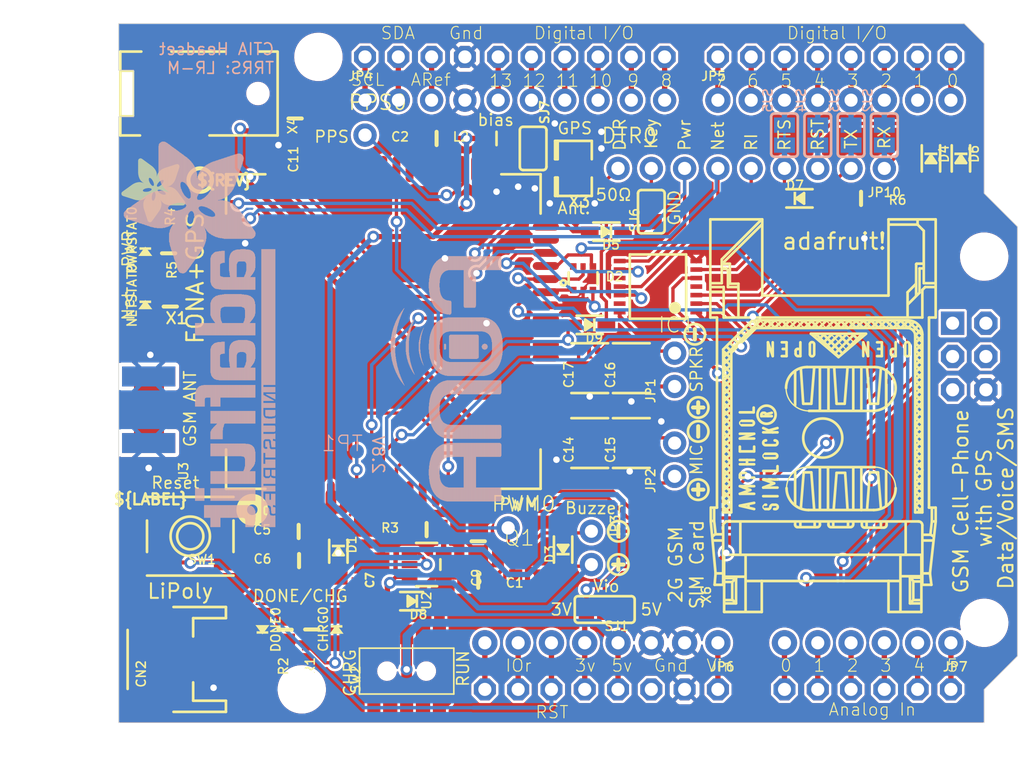
<source format=kicad_pcb>
(kicad_pcb (version 20221018) (generator pcbnew)
  (layers (0 "F.Cu" signal) (31 "B.Cu" signal) (34 "B.Paste" user) (35 "F.Paste" user) (36 "B.SilkS" user "B.Silkscreen") (37 "F.SilkS" user "F.Silkscreen") (38 "B.Mask" user) (39 "F.Mask" user) (44 "Edge.Cuts" user))
  (net 0 "")
  (net 1 "GND")
  (net 2 "N$1")
  (net 3 "N$2")
  (net 4 "N$5")
  (net 5 "N$6")
  (net 6 "PWRKEY")
  (net 7 "NETSTAT")
  (net 8 "PWRSTAT")
  (net 9 "SIMRST")
  (net 10 "SIMCLK")
  (net 11 "SIMDATA")
  (net 12 "2.8V")
  (net 13 "RESET")
  (net 14 "RI")
  (net 15 "UART_RXD")
  (net 16 "UART_TXD")
  (net 17 "VRTC")
  (net 18 "VCCIO")
  (net 19 "GSM_ANT")
  (net 20 "VBUS")
  (net 21 "1.8V")
  (net 22 "NETSTAT_5V")
  (net 23 "N$4")
  (net 24 "PWRSTAT_5V")
  (net 25 "N$9")
  (net 26 "SPEAKER1+")
  (net 27 "MIC1+")
  (net 28 "VBAT")
  (net 29 "+5V")
  (net 30 "RXD_5V")
  (net 31 "TXD_5V")
  (net 32 "RI_5V")
  (net 33 "PWRKEY_5V")
  (net 34 "RESET_5V")
  (net 35 "BUZZ-")
  (net 36 "HP+")
  (net 37 "RTS")
  (net 38 "MIC1-")
  (net 39 "SPEAKER1-")
  (net 40 "PWM1")
  (net 41 "N$3")
  (net 42 "RTS_5V")
  (net 43 "5V")
  (net 44 "N$10")
  (net 45 "SCL")
  (net 46 "SDA")
  (net 47 "AREF")
  (net 48 "D13")
  (net 49 "D12")
  (net 50 "D11")
  (net 51 "D10")
  (net 52 "D9")
  (net 53 "D8")
  (net 54 "D7")
  (net 55 "D6")
  (net 56 "D5")
  (net 57 "D4")
  (net 58 "D3")
  (net 59 "D2")
  (net 60 "D1")
  (net 61 "D0")
  (net 62 "VIN")
  (net 63 "IOREF")
  (net 64 "NC")
  (net 65 "A5")
  (net 66 "A4")
  (net 67 "A3")
  (net 68 "A2")
  (net 69 "A1")
  (net 70 "A0")
  (net 71 "RST")
  (net 72 "N$31")
  (net 73 "GPS_PPS")
  (net 74 "DTR_5V")
  (net 75 "N$42")
  (net 76 "+3V3")
  (footprint "working:SOD-323" (layer "F.Cu") (at 176.1871 88.6206 -90)
    (fp_text reference "D4")
    (fp_text value "1N4148")
  )
  (footprint "working:ARDUINOR3_ICSP_NODIM" (layer "F.Cu") (at 114.2111 131.6736)
    (fp_text reference "M1" hide)
    (fp_text value "ARDUINO_R3_ICSP_NODIM" hide)
  )
  (footprint "working:SOD-323" (layer "F.Cu") (at 166.1541 91.6686)
    (fp_text reference "D7")
    (fp_text value "1N4148")
  )
  (footprint "working:U.FL" (layer "F.Cu") (at 149.0091 89.3826 180)
    (fp_text reference "X3")
    (fp_text value "uFL")
  )
  (footprint "working:CHIPLED_0805_NOOUTLINE" (layer "F.Cu") (at 116.2431 95.7326)
    (fp_text reference "PWRSTAT0")
    (fp_text value "GREEN")
  )
  (footprint "working:1X08_ROUND_76" (layer "F.Cu") (at 151.0411 125.5776 180)
    (fp_text reference "JP6")
    (fp_text value "")
  )
  (footprint "working:PCBFEAT-REV-040" (layer "F.Cu") (at 120.4341 90.2716)
    (fp_text reference "U$64" hide)
    (fp_text value "" hide)
  )
  (footprint "working:SOT23-5" (layer "F.Cu") (at 137.7061 119.6086 -90)
    (fp_text reference "U2")
    (fp_text value "MCP73831T-2ACI/OT")
  )
  (footprint "working:0805-NO" (layer "F.Cu") (at 118.0211 95.8596 90)
    (fp_text reference "R4")
    (fp_text value "1K")
  )
  (footprint "working:0805-NO" (layer "F.Cu") (at 141.6431 117.8306 -90)
    (fp_text reference "C9")
    (fp_text value "10uF")
  )
  (footprint "working:SYMBOL_MINUS" (layer "F.Cu") (at 152.3321 117.0686 -90)
    (fp_text reference "U$41" hide)
    (fp_text value "" hide)
  )
  (footprint "working:0805-NO" (layer "F.Cu") (at 137.7061 116.9416 180)
    (fp_text reference "R3")
    (fp_text value "2K")
  )
  (footprint "working:SYMBOL_PLUS" (layer "F.Cu") (at 152.3321 119.6086 -90)
    (fp_text reference "U$35" hide)
    (fp_text value "" hide)
  )
  (footprint "working:C707_10M006_512_2" (layer "F.Cu") (at 167.9321 109.9566 90)
    (fp_text reference "X6")
    (fp_text value "SIM_LOCKAMPHENOL")
  )
  (footprint "working:1X08_ROUND_70" (layer "F.Cu") (at 163.7411 89.3826 180)
    (fp_text reference "JP10")
    (fp_text value "")
  )
  (footprint "working:0805-NO" (layer "F.Cu") (at 127.9741 119.3066 180)
    (fp_text reference "C6")
    (fp_text value "33pF")
  )
  (footprint "working:SOLDERJUMPER_2WAY_OPEN_NOPASTE" (layer "F.Cu") (at 151.2951 123.0376 180)
    (fp_text reference "SJ1")
    (fp_text value "")
  )
  (footprint "working:EG1390" (layer "F.Cu") (at 136.1821 127.7366)
    (fp_text reference "SW2")
    (fp_text value "EG1390")
  )
  (footprint "working:SYMBOL_MINUS" (layer "F.Cu") (at 158.4281 109.4486 -90)
    (fp_text reference "U$33" hide)
    (fp_text value "" hide)
  )
  (footprint "working:SYMBOL_MINUS" (layer "F.Cu") (at 158.1741 102.0366 -90)
    (fp_text reference "U$34" hide)
    (fp_text value "" hide)
  )
  (footprint "" (layer "F.Cu") (at 128.1811 129.1336)
    (fp_text reference "@HOLE3" hide)
    (fp_text value "")
  )
  (footprint "working:EVQ-Q2" (layer "F.Cu") (at 119.6721 117.4496 180)
    (fp_text reference "SW1")
    (fp_text value "EVQQ2")
  )
  (footprint "working:JSTPH2" (layer "F.Cu") (at 117.8941 126.8476 90)
    (fp_text reference "CN2")
    (fp_text value "JSTPH")
  )
  (footprint "working:SYMBOL_PLUS" (layer "F.Cu") (at 158.4281 113.8936 -90)
    (fp_text reference "U$20" hide)
    (fp_text value "" hide)
  )
  (footprint "working:FIDUCIAL_1MM" (layer "F.Cu") (at 162.7251 127.4826)
    (fp_text reference "FID1" hide)
    (fp_text value "FIDUCIAL\"\"" hide)
  )
  (footprint "working:SYMBOL_PLUS" (layer "F.Cu") (at 158.4281 107.6246 -90)
    (fp_text reference "U$2" hide)
    (fp_text value "" hide)
  )
  (footprint "working:SOD-323" (layer "F.Cu") (at 148.1201 118.4656 90)
    (fp_text reference "D3")
    (fp_text value "1N4148")
  )
  (footprint "working:1X10_ROUND70" (layer "F.Cu") (at 144.4371 84.1756)
    (fp_text reference "JP4")
    (fp_text value "")
  )
  (footprint "working:SIM900_SMT" (layer "F.Cu") (at 134.4041 101.8286 90)
    (fp_text reference "U3")
    (fp_text value "SIM808")
  )
  (footprint "working:RESPACK_4X0603" (layer "F.Cu") (at 150.1521 110.3376 90)
    (fp_text reference "C14")
    (fp_text value "33pF")
  )
  (footprint "working:SOD-323" (layer "F.Cu") (at 178.4731 88.6206 -90)
    (fp_text reference "D6")
    (fp_text value "1N4148")
  )
  (footprint "working:ADAFRUIT_5MM" (layer "F.Cu") (at 119.2911 88.6206 180)
    (fp_text reference "U$36" hide)
    (fp_text value "" hide)
  )
  (footprint "working:CHIPLED_0805_NOOUTLINE" (layer "F.Cu") (at 125.1791 124.5556 180)
    (fp_text reference "DONE0")
    (fp_text value "GREEN")
  )
  (footprint "working:0805-NO" (layer "F.Cu") (at 118.1481 99.9236 90)
    (fp_text reference "R5")
    (fp_text value "1K")
  )
  (footprint "working:SOLDERJUMPER_ARROW_NOPASTE" (layer "F.Cu") (at 145.8341 87.8586 -90)
    (fp_text reference "SJ7")
    (fp_text value "")
  )
  (footprint "working:SOD-123" (layer "F.Cu") (at 130.9751 118.5926 -90)
    (fp_text reference "D1")
    (fp_text value "MMSZ5231BT1G")
  )
  (footprint "working:1X02_ROUND" (layer "F.Cu") (at 156.6291 104.7496 90)
    (fp_text reference "JP1")
    (fp_text value "")
  )
  (footprint "working:1X08_ROUND_76" (layer "F.Cu") (at 168.8211 84.1756)
    (fp_text reference "JP5")
    (fp_text value "")
  )
  (footprint "working:SOLDERJUMPER_CLOSEDWIRE" (layer "F.Cu") (at 154.8511 92.6846 90)
    (fp_text reference "SJ6")
    (fp_text value "")
  )
  (footprint "working:0805-NO" (layer "F.Cu") (at 141.6431 120.8786)
    (fp_text reference "C1")
    (fp_text value "10µF")
  )
  (footprint "working:SOD-123" (layer "F.Cu") (at 136.5631 122.4026 180)
    (fp_text reference "D8")
    (fp_text value "MBR120")
  )
  (footprint "working:0805-NO" (layer "F.Cu") (at 127.6731 85.5726 -90)
    (fp_text reference "C11")
    (fp_text value "10uF")
  )
  (footprint "working:1X02_ROUND" (layer "F.Cu") (at 150.2791 118.3386 -90)
    (fp_text reference "JP3")
    (fp_text value "BUZZ")
  )
  (footprint "working:RESPACK_4X0603" (layer "F.Cu") (at 153.3271 110.3376 90)
    (fp_text reference "C15")
    (fp_text value "10pF")
  )
  (footprint "working:_0805MP" (layer "F.Cu") (at 143.0401 87.0966 180)
    (fp_text reference "L2")
    (fp_text value "33nH")
  )
  (footprint "working:RESPACK_4X0603" (layer "F.Cu") (at 150.1521 104.6226 90)
    (fp_text reference "C17")
    (fp_text value "10pF")
  )
  (footprint "working:SC59-BEC" (layer "F.Cu") (at 145.4531 119.4816)
    (fp_text reference "Q1")
    (fp_text value "DTC143ZUAT106")
  )
  (footprint "" (layer "F.Cu") (at 129.4511 80.8736)
    (fp_text reference "@HOLE0" hide)
    (fp_text value "")
  )
  (footprint "working:SOT363" (layer "F.Cu") (at 149.6441 97.7646)
    (fp_text reference "D2")
    (fp_text value "SMF05C")
  )
  (footprint "working:1X01-CLEANBIG" (layer "F.Cu") (at 133.0071 86.8426)
    (fp_text reference "PPS0")
    (fp_text value "")
  )
  (footprint "working:0805-NO" (layer "F.Cu") (at 138.4681 87.0966 180)
    (fp_text reference "C2")
    (fp_text value "33pF")
  )
  (footprint "working:0805-NO" (layer "F.Cu") (at 126.9111 124.5776 -90)
    (fp_text reference "R2")
    (fp_text value "1K")
  )
  (footprint "working:FIDUCIAL_1MM" (layer "F.Cu") (at 122.4661 84.6836)
    (fp_text reference "FID3" hide)
    (fp_text value "FIDUCIAL\"\"" hide)
  )
  (footprint "working:1X02_ROUND" (layer "F.Cu") (at 156.6291 111.6076 90)
    (fp_text reference "JP2")
    (fp_text value "")
  )
  (footprint "working:1X01-CLEANBIG" (layer "F.Cu") (at 143.9291 116.8146)
    (fp_text reference "PWM0")
    (fp_text value "")
  )
  (footprint "working:CHIPLED_0805_NOOUTLINE" (layer "F.Cu") (at 130.8371 124.5606)
    (fp_text reference "CHRG0")
    (fp_text value "ORANGE")
  )
  (footprint "working:CHIPLED_0805_NOOUTLINE" (layer "F.Cu") (at 116.2431 99.7966)
    (fp_text reference "NETSTAT0")
    (fp_text value "BLUE")
  )
  (footprint "" (layer "F.Cu") (at 180.2511 124.0536)
    (fp_text reference "@HOLE2" hide)
    (fp_text value "")
  )
  (footprint "working:0805-NO" (layer "F.Cu") (at 170.8531 91.6686)
    (fp_text reference "R6")
    (fp_text value "10K")
  )
  (footprint "working:RESPACK_4X0603" (layer "F.Cu") (at 153.3271 104.6226 90)
    (fp_text reference "C16")
    (fp_text value "33pF")
  )
  (footprint "working:0805-NO" (layer "F.Cu") (at 128.9431 124.5616 -90)
    (fp_text reference "R1")
    (fp_text value "470")
  )
  (footprint "working:SMA_EDGELAUNCH_UFL" (layer "F.Cu") (at 114.4651 107.7976)
    (fp_text reference "X1")
    (fp_text value "uFL")
  )
  (footprint "working:C1210" (layer "F.Cu") (at 133.5151 118.0846 -90)
    (fp_text reference "C7")
    (fp_text value "100uF")
  )
  (footprint "" (layer "F.Cu") (at 180.2511 96.1136)
    (fp_text reference "@HOLE1" hide)
    (fp_text value "")
  )
  (footprint "working:FIDUCIAL_1MM" (layer "F.Cu") (at 178.3461 92.8116)
    (fp_text reference "FID2" hide)
    (fp_text value "FIDUCIAL\"\"" hide)
  )
  (footprint "working:4UCONN_18510" (layer "F.Cu") (at 114.3381 83.6676)
    (fp_text reference "X4")
    (fp_text value "4UCONN_18510")
  )
  (footprint "working:TSSOP14" (layer "F.Cu") (at 155.3591 98.3996 90)
    (fp_text reference "IC1")
    (fp_text value "74VHCT125PW")
  )
  (footprint "working:SOD-323" (layer "F.Cu") (at 150.1521 101.3206 180)
    (fp_text reference "D9")
    (fp_text value "1N4148")
  )
  (footprint "working:1X01-CLEANBIG" (layer "F.Cu") (at 152.3111 89.3826)
    (fp_text reference "DTR0")
    (fp_text value "")
  )
  (footprint "working:SOD-323" (layer "F.Cu") (at 151.4221 94.2086 180)
    (fp_text reference "D5")
    (fp_text value "1N4148")
  )
  (footprint "working:0805-NO" (layer "F.Cu") (at 127.9431 117.0836 180)
    (fp_text reference "C5")
    (fp_text value "10pF")
  )
  (footprint "working:1X06_ROUND_76" (layer "F.Cu") (at 171.3611 125.5776 180)
    (fp_text reference "JP7")
    (fp_text value "")
  )
  (footprint "working:TP11R" (layer "B.Cu") (at 132.3721 110.9726 180)
    (fp_text reference "TP1")
    (fp_text value "TPTP11R")
  )
  (footprint "working:SOLDERJUMPER_CLOSEDWIRE" (layer "B.Cu") (at 172.6311 86.8426 -90)
    (fp_text reference "SJ2")
    (fp_text value "")
  )
  (footprint "working:SOLDERJUMPER_CLOSEDWIRE" (layer "B.Cu") (at 165.0111 86.8426 -90)
    (fp_text reference "SJ5")
    (fp_text value "")
  )
  (footprint "working:ADAFRUIT_TEXT_30MM" (layer "B.Cu") (at 126.1491 87.0966 -90)
    (fp_text reference "U$25" hide)
    (fp_text value "" hide)
  )
  (footprint "working:SOLDERJUMPER_CLOSEDWIRE" (layer "B.Cu") (at 170.0911 86.8426 -90)
    (fp_text reference "SJ3")
    (fp_text value "")
  )
  (footprint "working:FONA_LOGO" (layer "B.Cu") (at 143.6751 95.6056 -90)
    (fp_text reference "U$26" hide)
    (fp_text value "" hide)
  )
  (footprint "working:SOLDERJUMPER_CLOSEDWIRE" (layer "B.Cu") (at 167.5511 86.8426 -90)
    (fp_text reference "SJ4")
    (fp_text value "")
  )
  (gr_line (start 182.7911 93.8276) (end 180.2511 91.2876) (stroke (width 0.05)) (layer "Edge.Cuts"))
  (gr_line (start 114.2111 85.4456) (end 114.2111 131.6736) (stroke (width 0.05)) (layer "Edge.Cuts"))
  (gr_line (start 114.2111 131.6736) (end 180.2511 131.6736) (stroke (width 0.05)) (layer "Edge.Cuts"))
  (gr_line (start 180.2511 91.2876) (end 180.2511 79.8576) (stroke (width 0.05)) (layer "Edge.Cuts"))
  (gr_line (start 114.2111 81.8896) (end 115.3541 81.8896) (stroke (width 0.05)) (layer "Edge.Cuts"))
  (gr_line (start 114.2111 78.3336) (end 114.2111 81.8896) (stroke (width 0.05)) (layer "Edge.Cuts"))
  (gr_line (start 180.2511 131.6736) (end 180.2511 129.1336) (stroke (width 0.05)) (layer "Edge.Cuts"))
  (gr_line (start 115.3541 85.4456) (end 114.2111 85.4456) (stroke (width 0.05)) (layer "Edge.Cuts"))
  (gr_line (start 115.3541 81.8896) (end 115.3541 85.4456) (stroke (width 0.05)) (layer "Edge.Cuts"))
  (gr_line (start 178.7271 78.3336) (end 114.2111 78.3336) (stroke (width 0.05)) (layer "Edge.Cuts"))
  (gr_line (start 180.2511 79.8576) (end 178.7271 78.3336) (stroke (width 0.05)) (layer "Edge.Cuts"))
  (gr_line (start 180.2511 129.1336) (end 182.7911 126.5936) (stroke (width 0.05)) (layer "Edge.Cuts"))
  (gr_line (start 182.7911 126.5936) (end 182.7911 93.8276) (stroke (width 0.05)) (layer "Edge.Cuts"))
  (gr_text "2.8V" (at 134.5311 109.7026 -90) (layer "B.SilkS") (effects (font (size 0.89408 0.89408) (thickness 0.12192)) (justify right top mirror)))
  (gr_text "CTIA Headset\nTRRS: LR-M" (at 126.1491 81.0006) (layer "B.SilkS") (effects (font (size 0.89408 0.89408) (thickness 0.12192)) (justify left mirror)))
  (gr_text "Pwr" (at 157.3911 88.1126 90) (layer "F.SilkS") (effects (font (size 0.89408 0.89408) (thickness 0.12192)) (justify left)))
  (gr_text "CHRG" (at 132.3721 129.7686 90) (layer "F.SilkS") (effects (font (size 0.89408 0.89408) (thickness 0.12192)) (justify left bottom)))
  (gr_text "Buzzer" (at 152.8191 114.7826) (layer "F.SilkS") (effects (font (size 0.89408 0.89408) (thickness 0.12192)) (justify right top)))
  (gr_text "SPKR" (at 158.3011 104.7036 90) (layer "F.SilkS") (effects (font (size 0.89408 0.89408) (thickness 0.12192))))
  (gr_text "GSM ANT" (at 120.1801 110.7186 90) (layer "F.SilkS") (effects (font (size 0.89408 0.89408) (thickness 0.12192)) (justify left bottom)))
  (gr_text "50Ω" (at 150.5331 91.9226) (layer "F.SilkS") (effects (font (size 0.89408 0.89408) (thickness 0.12192)) (justify left bottom)))
  (gr_text "RST" (at 167.5511 88.1126 90) (layer "F.SilkS") (effects (font (size 0.89408 0.89408) (thickness 0.12192)) (justify left)))
  (gr_text "2G GSM\nSIM Card" (at 157.5181 119.6086 90) (layer "F.SilkS") (effects (font (size 1.00584 1.00584) (thickness 0.13716))))
  (gr_text "MIC" (at 158.3011 111.6076 90) (layer "F.SilkS") (effects (font (size 0.89408 0.89408) (thickness 0.12192))))
  (gr_text "adafruit!" (at 172.8851 94.2086) (layer "F.SilkS") (effects (font (size 1.251712 1.251712) (thickness 0.170688)) (justify right top)))
  (gr_text "DTR" (at 152.4381 88.1126 90) (layer "F.SilkS") (effects (font (size 0.89408 0.89408) (thickness 0.12192)) (justify left)))
  (gr_text "bias" (at 141.5161 86.2076) (layer "F.SilkS") (effects (font (size 0.89408 0.89408) (thickness 0.12192)) (justify left bottom)))
  (gr_text "5V" (at 154.8511 123.0376) (layer "F.SilkS") (effects (font (size 0.89408 0.89408) (thickness 0.12192))))
  (gr_text "RI" (at 162.4711 88.1126 90) (layer "F.SilkS") (effects (font (size 0.89408 0.89408) (thickness 0.12192)) (justify left)))
  (gr_text "GPS" (at 147.6121 86.8426) (layer "F.SilkS") (effects (font (size 0.89408 0.89408) (thickness 0.12192)) (justify left bottom)))
  (gr_text "Ant." (at 147.6121 92.9386) (layer "F.SilkS") (effects (font (size 0.89408 0.89408) (thickness 0.12192)) (justify left bottom)))
  (gr_text "Reset" (at 116.6241 113.8936) (layer "F.SilkS") (effects (font (size 0.89408 0.89408) (thickness 0.12192)) (justify left bottom)))
  (gr_text "Key" (at 154.8511 87.9856 90) (layer "F.SilkS") (effects (font (size 0.89408 0.89408) (thickness 0.12192)) (justify left)))
  (gr_text "LiPoly" (at 118.9101 121.6406) (layer "F.SilkS") (effects (font (size 1.1176 1.1176) (thickness 0.1524))))
  (gr_text "PWM" (at 143.1671 115.5446) (layer "F.SilkS") (effects (font (size 0.89408 0.89408) (thickness 0.12192)) (justify left bottom)))
  (gr_text "RTS" (at 165.0111 88.1126 90) (layer "F.SilkS") (effects (font (size 0.89408 0.89408) (thickness 0.12192)) (justify left)))
  (gr_text "with GPS" (at 180.2511 114.5286 90) (layer "F.SilkS") (effects (font (size 1.1176 1.1176) (thickness 0.1524))))
  (gr_text "RUN" (at 141.0081 129.0066 90) (layer "F.SilkS") (effects (font (size 0.89408 0.89408) (thickness 0.12192)) (justify left bottom)))
  (gr_text "Net" (at 159.9311 88.1126 90) (layer "F.SilkS") (effects (font (size 0.89408 0.89408) (thickness 0.12192)) (justify left)))
  (gr_text "TX" (at 170.0911 87.9856 90) (layer "F.SilkS") (effects (font (size 0.89408 0.89408) (thickness 0.12192)) (justify left)))
  (gr_text "Net" (at 115.4811 101.0666 90) (layer "F.SilkS") (effects (font (size 0.89408 0.89408) (thickness 0.12192)) (justify left bottom)))
  (gr_text "3V" (at 147.9931 123.0376) (layer "F.SilkS") (effects (font (size 0.89408 0.89408) (thickness 0.12192))))
  (gr_text "PWR" (at 115.4811 97.0026 90) (layer "F.SilkS") (effects (font (size 0.89408 0.89408) (thickness 0.12192)) (justify left bottom)))
  (gr_text "RX" (at 172.6311 87.9856 90) (layer "F.SilkS") (effects (font (size 0.89408 0.89408) (thickness 0.12192)) (justify left)))
  (gr_text "GND" (at 157.1371 93.8276 90) (layer "F.SilkS") (effects (font (size 0.89408 0.89408) (thickness 0.12192)) (justify left bottom)))
  (gr_text "GSM Cell-Phone" (at 178.4731 114.7826 90) (layer "F.SilkS") (effects (font (size 1.1176 1.1176) (thickness 0.1524))))
  (gr_text "PPS" (at 131.8641 86.9696) (layer "F.SilkS") (effects (font (size 0.89408 0.89408) (thickness 0.12192)) (justify right)))
  (gr_text "FONA+GPS" (at 120.0531 97.7646 90) (layer "F.SilkS") (effects (font (size 1.251712 1.251712) (thickness 0.170688))))
  (gr_text "DONE/CHG" (at 124.3711 122.5296) (layer "F.SilkS") (effects (font (size 0.89408 0.89408) (thickness 0.12192)) (justify left bottom)))
  (gr_text "Vio" (at 151.4221 121.2596) (layer "F.SilkS") (effects (font (size 0.89408 0.89408) (thickness 0.12192))))
  (gr_text "Data/Voice/SMS" (at 181.9021 114.5286 90) (layer "F.SilkS") (effects (font (size 1.1176 1.1176) (thickness 0.1524))))
  (segment (start 147.9931 109.8296) (end 146.8051 109.8296) (width 0.254) (layer "F.Cu") (net 1))
  (segment (start 148.5961 99.3206) (end 148.0881 99.8286) (width 0.254) (layer "F.Cu") (net 1))
  (segment (start 148.0881 99.8286) (end 146.8041 99.8286) (width 0.254) (layer "F.Cu") (net 1))
  (segment (start 149.6441 98.6646) (end 149.6441 99.3206) (width 0.254) (layer "F.Cu") (net 1))
  (segment (start 149.6441 99.3206) (end 148.5961 99.3206) (width 0.254) (layer "F.Cu") (net 1))
  (segment (start 149.3021 109.0376) (end 148.7851 109.0376) (width 0.254) (layer "F.Cu") (net 1))
  (segment (start 146.8051 109.8296) (end 146.8041 109.8286) (width 0.254) (layer "F.Cu") (net 1))
  (segment (start 148.7851 109.0376) (end 147.9931 109.8296) (width 0.254) (layer "F.Cu") (net 1))
  (via (at 150.1521 106.7816) (size 0.9064) (drill 0.5) (layers "F.Cu" "B.Cu") (net 1))
  (via (at 147.4851 85.9536) (size 0.9064) (drill 0.5) (layers "F.Cu" "B.Cu") (net 1))
  (via (at 151.0411 87.8586) (size 0.9064) (drill 0.5) (layers "F.Cu" "B.Cu") (net 1))
  (via (at 155.6131 108.6866) (size 0.9064) (drill 0.5) (layers "F.Cu" "B.Cu") (net 1))
  (via (at 171.1071 94.7166) (size 0.9064) (drill 0.5) (layers "F.Cu" "B.Cu") (net 1))
  (via (at 116.4971 112.2426) (size 0.9064) (drill 0.5) (layers "F.Cu" "B.Cu") (net 1))
  (via (at 139.1031 96.2406) (size 0.9064) (drill 0.5) (layers "F.Cu" "B.Cu") (net 1))
  (via (at 144.6911 90.7796) (size 0.9064) (drill 0.5) (layers "F.Cu" "B.Cu") (net 1))
  (via (at 126.4031 87.6046) (size 0.9064) (drill 0.5) (layers "F.Cu" "B.Cu") (net 1))
  (via (at 116.6241 103.6066) (size 0.9064) (drill 0.5) (layers "F.Cu" "B.Cu") (net 1))
  (via (at 150.5331 92.0496) (size 0.9064) (drill 0.5) (layers "F.Cu" "B.Cu") (net 1))
  (via (at 147.1041 92.0496) (size 0.9064) (drill 0.5) (layers "F.Cu" "B.Cu") (net 1))
  (via (at 143.0401 91.1606) (size 0.9064) (drill 0.5) (layers "F.Cu" "B.Cu") (net 1))
  (via (at 123.8631 95.0976) (size 0.9064) (drill 0.5) (layers "F.Cu" "B.Cu") (net 1))
  (via (at 121.4501 129.0066) (size 0.9064) (drill 0.5) (layers "F.Cu" "B.Cu") (net 1))
  (via (at 145.9611 90.9066) (size 0.9064) (drill 0.5) (layers "F.Cu" "B.Cu") (net 1))
  (via (at 130.9751 118.7196) (size 0.9064) (drill 0.5) (layers "F.Cu" "B.Cu") (net 1))
  (via (at 153.2001 112.4966) (size 0.9064) (drill 0.5) (layers "F.Cu" "B.Cu") (net 1))
  (via (at 153.3271 107.1626) (size 0.9064) (drill 0.5) (layers "F.Cu" "B.Cu") (net 1))
  (via (at 151.0411 86.5886) (size 0.9064) (drill 0.5) (layers "F.Cu" "B.Cu") (net 1))
  (via (at 142.2781 101.1936) (size 0.9064) (drill 0.5) (layers "F.Cu" "B.Cu") (net 1))
  (via (at 147.6121 111.6076) (size 0.9064) (drill 0.5) (layers "F.Cu" "B.Cu") (net 1))
  (segment (start 129.0441 123.5106) (end 128.9431 123.6116) (width 0.254) (layer "F.Cu") (net 2))
  (segment (start 130.8371 123.5106) (end 129.0441 123.5106) (width 0.254) (layer "F.Cu") (net 2))
  (segment (start 128.9431 125.5116) (end 126.9271 125.5116) (width 0.254) (layer "F.Cu") (net 3))
  (segment (start 137.7061 119.3546) (end 137.7061 119.6086) (width 0.254) (layer "F.Cu") (net 3))
  (segment (start 128.9431 126.0856) (end 129.9591 127.1016) (width 0.254) (layer "F.Cu") (net 3))
  (segment (start 137.0101 118.6586) (end 137.7061 119.3546) (width 0.254) (layer "F.Cu") (net 3))
  (segment (start 126.9271 125.5116) (end 126.9111 125.5276) (width 0.254) (layer "F.Cu") (net 3))
  (segment (start 128.9431 125.5116) (end 128.9431 126.0856) (width 0.254) (layer "F.Cu") (net 3))
  (segment (start 129.9591 127.1016) (end 130.7211 127.1016) (width 0.254) (layer "F.Cu") (net 3))
  (segment (start 136.406 118.6586) (end 137.0101 118.6586) (width 0.254) (layer "F.Cu") (net 3))
  (via (at 137.7061 119.6086) (size 0.9064) (drill 0.5) (layers "F.Cu" "B.Cu") (net 3))
  (via (at 130.7211 127.1016) (size 0.9064) (drill 0.5) (layers "F.Cu" "B.Cu") (net 3))
  (segment (start 130.7211 127.1016) (end 130.7211 121.5136) (width 0.254) (layer "B.Cu") (net 3))
  (segment (start 137.7061 119.6086) (end 132.6261 119.6086) (width 0.254) (layer "B.Cu") (net 3))
  (segment (start 130.7211 121.5136) (end 132.6261 119.6086) (width 0.254) (layer "B.Cu") (net 3))
  (segment (start 139.0062 117.2917) (end 139.0062 118.6586) (width 0.4064) (layer "F.Cu") (net 4))
  (segment (start 138.6561 116.9416) (end 139.0062 117.2917) (width 0.4064) (layer "F.Cu") (net 4))
  (segment (start 126.9111 123.6276) (end 125.3011 123.6276) (width 0.254) (layer "F.Cu") (net 5))
  (segment (start 125.3011 123.6276) (end 125.1791 123.5056) (width 0.254) (layer "F.Cu") (net 5))
  (segment (start 141.0081 100.8126) (end 137.0711 100.8126) (width 0.254) (layer "F.Cu") (net 6))
  (segment (start 142.4051 99.4156) (end 141.0081 100.8126) (width 0.254) (layer "F.Cu") (net 6))
  (segment (start 147.7391 93.0656) (end 144.5641 93.0656) (width 0.254) (layer "F.Cu") (net 6))
  (segment (start 148.8821 94.2086) (end 147.7391 93.0656) (width 0.254) (layer "F.Cu") (net 6))
  (segment (start 142.4051 95.2246) (end 142.4051 99.4156) (width 0.254) (layer "F.Cu") (net 6))
  (segment (start 133.5151 108.9406) (end 133.5151 114.1176) (width 0.254) (layer "F.Cu") (net 6))
  (segment (start 150.1521 94.2086) (end 148.8821 94.2086) (width 0.254) (layer "F.Cu") (net 6))
  (segment (start 133.5151 114.1176) (end 133.4041 114.2286) (width 0.254) (layer "F.Cu") (net 6))
  (segment (start 144.5641 93.0656) (end 142.4051 95.2246) (width 0.254) (layer "F.Cu") (net 6))
  (via (at 133.5151 108.9406) (size 0.9064) (drill 0.5) (layers "F.Cu" "B.Cu") (net 6))
  (via (at 137.0711 100.8126) (size 0.9064) (drill 0.5) (layers "F.Cu" "B.Cu") (net 6))
  (segment (start 137.0711 100.8126) (end 133.5151 104.3686) (width 0.254) (layer "B.Cu") (net 6))
  (segment (start 133.5151 104.3686) (end 133.5151 108.9406) (width 0.254) (layer "B.Cu") (net 6))
  (segment (start 141.5161 97.3836) (end 139.7381 99.1616) (width 0.254) (layer "F.Cu") (net 7))
  (segment (start 127.4041 91.2726) (end 135.2931 99.1616) (width 0.254) (layer "F.Cu") (net 7))
  (segment (start 153.8501 99.0496) (end 154.0891 99.2886) (width 0.254) (layer "F.Cu") (net 7))
  (segment (start 127.4041 89.4286) (end 127.4041 91.2726) (width 0.254) (layer "F.Cu") (net 7))
  (segment (start 152.4341 99.0496) (end 153.8501 99.0496) (width 0.254) (layer "F.Cu") (net 7))
  (segment (start 135.2931 99.1616) (end 139.7381 99.1616) (width 0.254) (layer "F.Cu") (net 7))
  (via (at 154.0891 99.2886) (size 0.9064) (drill 0.5) (layers "F.Cu" "B.Cu") (net 7))
  (via (at 141.5161 97.3836) (size 0.9064) (drill 0.5) (layers "F.Cu" "B.Cu") (net 7))
  (segment (start 145.8341 95.7326) (end 143.1671 95.7326) (width 0.254) (layer "B.Cu") (net 7))
  (segment (start 153.5811 98.7806) (end 148.8821 98.7806) (width 0.254) (layer "B.Cu") (net 7))
  (segment (start 154.0891 99.2886) (end 153.5811 98.7806) (width 0.254) (layer "B.Cu") (net 7))
  (segment (start 143.1671 95.7326) (end 141.5161 97.3836) (width 0.254) (layer "B.Cu") (net 7))
  (segment (start 148.8821 98.7806) (end 145.8341 95.7326) (width 0.254) (layer "B.Cu") (net 7))
  (segment (start 153.6781 97.0996) (end 153.8351 97.2566) (width 0.254) (layer "F.Cu") (net 8))
  (segment (start 128.4041 89.4286) (end 128.4041 91.2566) (width 0.254) (layer "F.Cu") (net 8))
  (segment (start 128.4041 91.2566) (end 135.5471 98.3996) (width 0.254) (layer "F.Cu") (net 8))
  (segment (start 152.4341 97.0996) (end 153.6781 97.0996) (width 0.254) (layer "F.Cu") (net 8))
  (segment (start 135.5471 98.3996) (end 138.8491 98.3996) (width 0.254) (layer "F.Cu") (net 8))
  (segment (start 141.3891 95.8596) (end 138.8491 98.3996) (width 0.254) (layer "F.Cu") (net 8))
  (via (at 141.3891 95.8596) (size 0.9064) (drill 0.5) (layers "F.Cu" "B.Cu") (net 8))
  (via (at 153.8351 97.2566) (size 0.9064) (drill 0.5) (layers "F.Cu" "B.Cu") (net 8))
  (segment (start 142.0241 95.2246) (end 141.3891 95.8596) (width 0.254) (layer "B.Cu") (net 8))
  (segment (start 147.1041 95.2246) (end 142.0241 95.2246) (width 0.254) (layer "B.Cu") (net 8))
  (segment (start 149.1361 97.2566) (end 147.1041 95.2246) (width 0.254) (layer "B.Cu") (net 8))
  (segment (start 153.8351 97.2566) (end 149.1361 97.2566) (width 0.254) (layer "B.Cu") (net 8))
  (segment (start 150.3941 99.7846) (end 150.5331 99.9236) (width 0.254) (layer "F.Cu") (net 9))
  (segment (start 169.3071 119.5036) (end 169.4561 119.3546) (width 0.254) (layer "F.Cu") (net 9))
  (segment (start 150.3941 98.6646) (end 150.3941 99.7846) (width 0.254) (layer "F.Cu") (net 9))
  (segment (start 169.3071 122.8066) (end 169.3071 119.5036) (width 0.254) (layer "F.Cu") (net 9))
  (segment (start 143.8021 96.6216) (end 144.5951 95.8286) (width 0.254) (layer "F.Cu") (net 9))
  (segment (start 144.5951 95.8286) (end 146.8041 95.8286) (width 0.254) (layer "F.Cu") (net 9))
  (via (at 150.5331 99.9236) (size 0.9064) (drill 0.5) (layers "F.Cu" "B.Cu") (net 9))
  (via (at 143.8021 96.6216) (size 0.9064) (drill 0.5) (layers "F.Cu" "B.Cu") (net 9))
  (via (at 169.4561 119.3546) (size 0.9064) (drill 0.5) (layers "F.Cu" "B.Cu") (net 9))
  (segment (start 150.5331 99.9236) (end 150.0251 99.4156) (width 0.254) (layer "B.Cu") (net 9))
  (segment (start 173.0121 115.7986) (end 173.0121 102.8446) (width 0.254) (layer "B.Cu") (net 9))
  (segment (start 160.3121 100.1776) (end 150.7871 100.1776) (width 0.254) (layer "B.Cu") (net 9))
  (segment (start 150.7871 100.1776) (end 150.5331 99.9236) (width 0.254) (layer "B.Cu") (net 9))
  (segment (start 169.4561 119.3546) (end 173.0121 115.7986) (width 0.254) (layer "B.Cu") (net 9))
  (segment (start 171.1071 100.9396) (end 164.7571 100.9396) (width 0.254) (layer "B.Cu") (net 9))
  (segment (start 150.0251 99.4156) (end 147.8661 99.4156) (width 0.254) (layer "B.Cu") (net 9))
  (segment (start 173.0121 102.8446) (end 171.1071 100.9396) (width 0.254) (layer "B.Cu") (net 9))
  (segment (start 145.0721 96.6216) (end 143.8021 96.6216) (width 0.254) (layer "B.Cu") (net 9))
  (segment (start 160.6931 99.7966) (end 160.3121 100.1776) (width 0.254) (layer "B.Cu") (net 9))
  (segment (start 164.7571 100.9396) (end 163.6141 99.7966) (width 0.254) (layer "B.Cu") (net 9))
  (segment (start 147.8661 99.4156) (end 145.0721 96.6216) (width 0.254) (layer "B.Cu") (net 9))
  (segment (start 163.6141 99.7966) (end 160.6931 99.7966) (width 0.254) (layer "B.Cu") (net 9))
  (segment (start 149.5171 95.4786) (end 149.5171 95.9866) (width 0.254) (layer "F.Cu") (net 10))
  (segment (start 147.6591 96.8286) (end 148.5011 95.9866) (width 0.254) (layer "F.Cu") (net 10))
  (segment (start 166.7671 120.7296) (end 166.7671 122.8066) (width 0.254) (layer "F.Cu") (net 10))
  (segment (start 166.6621 120.6246) (end 166.7671 120.7296) (width 0.254) (layer "F.Cu") (net 10))
  (segment (start 150.2791 95.9866) (end 150.2791 96.7496) (width 0.254) (layer "F.Cu") (net 10))
  (segment (start 149.5171 95.9866) (end 150.2791 95.9866) (width 0.254) (layer "F.Cu") (net 10))
  (segment (start 146.8041 96.8286) (end 147.6591 96.8286) (width 0.254) (layer "F.Cu") (net 10))
  (segment (start 148.5011 95.9866) (end 149.5171 95.9866) (width 0.254) (layer "F.Cu") (net 10))
  (segment (start 150.2791 96.7496) (end 150.3941 96.8646) (width 0.254) (layer "F.Cu") (net 10))
  (via (at 149.5171 95.4786) (size 0.9064) (drill 0.5) (layers "F.Cu" "B.Cu") (net 10))
  (via (at 166.6621 120.6246) (size 0.9064) (drill 0.5) (layers "F.Cu" "B.Cu") (net 10))
  (segment (start 171.6151 100.1776) (end 174.4091 102.9716) (width 0.254) (layer "B.Cu") (net 10))
  (segment (start 174.4091 116.1796) (end 169.9641 120.6246) (width 0.254) (layer "B.Cu") (net 10))
  (segment (start 161.2011 95.4786) (end 149.5171 95.4786) (width 0.254) (layer "B.Cu") (net 10))
  (segment (start 174.4091 102.9716) (end 174.4091 116.1796) (width 0.254) (layer "B.Cu") (net 10))
  (segment (start 161.2011 95.4786) (end 165.9001 100.1776) (width 0.254) (layer "B.Cu") (net 10))
  (segment (start 169.9641 120.6246) (end 166.6621 120.6246) (width 0.254) (layer "B.Cu") (net 10))
  (segment (start 165.9001 100.1776) (end 171.6151 100.1776) (width 0.254) (layer "B.Cu") (net 10))
  (segment (start 144.7551 97.8286) (end 146.8041 97.8286) (width 0.254) (layer "F.Cu") (net 11))
  (segment (start 144.6911 97.7646) (end 144.7551 97.8286) (width 0.254) (layer "F.Cu") (net 11))
  (segment (start 149.3261 97.8286) (end 149.6441 97.5106) (width 0.254) (layer "F.Cu") (net 11))
  (segment (start 166.1771 97.1066) (end 162.5981 100.6856) (width 0.254) (layer "F.Cu") (net 11))
  (segment (start 146.8041 97.8286) (end 149.3261 97.8286) (width 0.254) (layer "F.Cu") (net 11))
  (segment (start 149.6441 97.5106) (end 149.6441 96.8646) (width 0.254) (layer "F.Cu") (net 11))
  (segment (start 166.7671 97.1066) (end 166.1771 97.1066) (width 0.254) (layer "F.Cu") (net 11))
  (via (at 144.6911 97.7646) (size 0.9064) (drill 0.5) (layers "F.Cu" "B.Cu") (net 11))
  (via (at 162.5981 100.6856) (size 0.9064) (drill 0.5) (layers "F.Cu" "B.Cu") (net 11))
  (segment (start 148.8821 100.0506) (end 147.4851 100.0506) (width 0.254) (layer "B.Cu") (net 11))
  (segment (start 147.4851 100.0506) (end 145.1991 97.7646) (width 0.254) (layer "B.Cu") (net 11))
  (segment (start 145.1991 97.7646) (end 144.6911 97.7646) (width 0.254) (layer "B.Cu") (net 11))
  (segment (start 162.3441 100.9396) (end 149.7711 100.9396) (width 0.254) (layer "B.Cu") (net 11))
  (segment (start 162.5981 100.6856) (end 162.3441 100.9396) (width 0.254) (layer "B.Cu") (net 11))
  (segment (start 149.7711 100.9396) (end 148.8821 100.0506) (width 0.254) (layer "B.Cu") (net 11))
  (segment (start 142.9131 109.8296) (end 146.4691 113.3856) (width 0.254) (layer "F.Cu") (net 12))
  (segment (start 153.4541 114.7826) (end 160.3121 114.7826) (width 0.254) (layer "F.Cu") (net 12))
  (segment (start 132.3721 112.3696) (end 132.3721 108.4326) (width 0.254) (layer "F.Cu") (net 12))
  (segment (start 152.0571 113.3856) (end 153.4541 114.7826) (width 0.254) (layer "F.Cu") (net 12))
  (segment (start 136.9441 108.0516) (end 138.7221 109.8296) (width 0.254) (layer "F.Cu") (net 12))
  (segment (start 174.4091 93.7006) (end 172.3771 91.6686) (width 0.254) (layer "F.Cu") (net 12))
  (segment (start 168.1861 110.3376) (end 174.4091 104.1146) (width 0.254) (layer "F.Cu") (net 12))
  (segment (start 146.4691 113.3856) (end 152.0571 113.3856) (width 0.254) (layer "F.Cu") (net 12))
  (segment (start 160.3121 114.7826) (end 162.2171 112.8776) (width 0.254) (layer "F.Cu") (net 12))
  (segment (start 132.4041 114.2286) (end 132.3721 114.2606) (width 0.254) (layer "F.Cu") (net 12))
  (segment (start 132.7531 108.0516) (end 136.9441 108.0516) (width 0.254) (layer "F.Cu") (net 12))
  (segment (start 174.4091 104.1146) (end 174.4091 93.7006) (width 0.254) (layer "F.Cu") (net 12))
  (segment (start 132.3721 108.4326) (end 132.7531 108.0516) (width 0.254) (layer "F.Cu") (net 12))
  (segment (start 132.3721 114.2606) (end 132.3721 112.3696) (width 0.254) (layer "F.Cu") (net 12))
  (segment (start 172.3771 91.6686) (end 171.8031 91.6686) (width 0.254) (layer "F.Cu") (net 12))
  (segment (start 138.7221 109.8296) (end 142.9131 109.8296) (width 0.254) (layer "F.Cu") (net 12))
  (via (at 168.1861 110.3376) (size 0.9064) (drill 0.5) (layers "F.Cu" "B.Cu") (net 12))
  (via (at 162.2171 112.8776) (size 0.9064) (drill 0.5) (layers "F.Cu" "B.Cu") (net 12))
  (via (at 132.3721 112.3696) (size 0.9064) (drill 0.5) (layers "F.Cu" "B.Cu") (net 12))
  (segment (start 162.2171 112.8776) (end 165.6461 112.8776) (width 0.254) (layer "B.Cu") (net 12))
  (segment (start 165.6461 112.8776) (end 168.1861 110.3376) (width 0.254) (layer "B.Cu") (net 12))
  (segment (start 132.3721 112.3696) (end 132.3721 110.9726) (width 0.254) (layer "B.Cu") (net 12))
  (segment (start 151.0411 115.5446) (end 145.4531 115.5446) (width 0.254) (layer "F.Cu") (net 13))
  (segment (start 163.8681 117.0686) (end 152.5651 117.0686) (width 0.254) (layer "F.Cu") (net 13))
  (segment (start 163.8681 117.0686) (end 175.6791 105.2576) (width 0.254) (layer "F.Cu") (net 13))
  (segment (start 141.2621 114.0866) (end 141.4041 114.2286) (width 0.254) (layer "F.Cu") (net 13))
  (segment (start 152.5651 117.0686) (end 151.0411 115.5446) (width 0.254) (layer "F.Cu") (net 13))
  (segment (start 178.4731 89.8906) (end 175.6791 92.6846) (width 0.254) (layer "F.Cu") (net 13))
  (segment (start 142.6591 112.7506) (end 141.7701 112.7506) (width 0.254) (layer "F.Cu") (net 13))
  (segment (start 141.2621 113.2586) (end 141.2621 114.0866) (width 0.254) (layer "F.Cu") (net 13))
  (segment (start 141.7701 112.7506) (end 141.2621 113.2586) (width 0.254) (layer "F.Cu") (net 13))
  (segment (start 145.4531 115.5446) (end 142.6591 112.7506) (width 0.254) (layer "F.Cu") (net 13))
  (segment (start 175.6791 92.6846) (end 175.6791 105.2576) (width 0.254) (layer "F.Cu") (net 13))
  (segment (start 163.2331 111.3536) (end 161.5821 109.7026) (width 0.254) (layer "F.Cu") (net 14))
  (segment (start 157.2791 97.7496) (end 156.5021 98.5266) (width 0.254) (layer "F.Cu") (net 14))
  (segment (start 163.2331 113.2586) (end 163.2331 111.3536) (width 0.254) (layer "F.Cu") (net 14))
  (segment (start 137.3251 110.3376) (end 135.4041 112.2586) (width 0.254) (layer "F.Cu") (net 14))
  (segment (start 146.3421 114.0206) (end 142.6591 110.3376) (width 0.254) (layer "F.Cu") (net 14))
  (segment (start 135.4041 112.2586) (end 135.4041 114.2286) (width 0.254) (layer "F.Cu") (net 14))
  (segment (start 153.3271 115.4176) (end 151.9301 114.0206) (width 0.254) (layer "F.Cu") (net 14))
  (segment (start 158.2841 97.7496) (end 157.2791 97.7496) (width 0.254) (layer "F.Cu") (net 14))
  (segment (start 142.6591 110.3376) (end 137.3251 110.3376) (width 0.254) (layer "F.Cu") (net 14))
  (segment (start 161.0741 115.4176) (end 153.3271 115.4176) (width 0.254) (layer "F.Cu") (net 14))
  (segment (start 156.5021 98.5266) (end 156.5021 99.9236) (width 0.254) (layer "F.Cu") (net 14))
  (segment (start 151.9301 114.0206) (end 146.3421 114.0206) (width 0.254) (layer "F.Cu") (net 14))
  (segment (start 161.5821 109.7026) (end 161.5821 105.0036) (width 0.254) (layer "F.Cu") (net 14))
  (segment (start 156.5021 99.9236) (end 161.5821 105.0036) (width 0.254) (layer "F.Cu") (net 14))
  (segment (start 161.0741 115.4176) (end 163.2331 113.2586) (width 0.254) (layer "F.Cu") (net 14))
  (segment (start 140.4041 112.5926) (end 140.4041 114.2286) (width 0.254) (layer "F.Cu") (net 15))
  (segment (start 142.7861 112.1156) (end 140.8811 112.1156) (width 0.254) (layer "F.Cu") (net 15))
  (segment (start 175.1711 90.9066) (end 175.1711 105.0036) (width 0.254) (layer "F.Cu") (net 15))
  (segment (start 163.6141 116.5606) (end 152.8191 116.5606) (width 0.254) (layer "F.Cu") (net 15))
  (segment (start 151.2951 115.0366) (end 145.7071 115.0366) (width 0.254) (layer "F.Cu") (net 15))
  (segment (start 163.6141 116.5606) (end 175.1711 105.0036) (width 0.254) (layer "F.Cu") (net 15))
  (segment (start 152.8191 116.5606) (end 151.2951 115.0366) (width 0.254) (layer "F.Cu") (net 15))
  (segment (start 145.7071 115.0366) (end 142.7861 112.1156) (width 0.254) (layer "F.Cu") (net 15))
  (segment (start 140.8811 112.1156) (end 140.4041 112.5926) (width 0.254) (layer "F.Cu") (net 15))
  (segment (start 176.1871 89.8906) (end 175.1711 90.9066) (width 0.254) (layer "F.Cu") (net 15))
  (segment (start 139.3571 114.1816) (end 139.3571 112.1156) (width 0.254) (layer "F.Cu") (net 16))
  (segment (start 161.7091 101.5746) (end 161.7091 102.9716) (width 0.254) (layer "F.Cu") (net 16))
  (segment (start 139.4041 114.2286) (end 139.3571 114.1816) (width 0.254) (layer "F.Cu") (net 16))
  (segment (start 158.2841 99.6996) (end 159.8341 99.6996) (width 0.254) (layer "F.Cu") (net 16))
  (segment (start 159.8341 99.6996) (end 161.7091 101.5746) (width 0.254) (layer "F.Cu") (net 16))
  (via (at 139.3571 112.1156) (size 0.9064) (drill 0.5) (layers "F.Cu" "B.Cu") (net 16))
  (via (at 161.7091 102.9716) (size 0.9064) (drill 0.5) (layers "F.Cu" "B.Cu") (net 16))
  (segment (start 151.5491 102.2096) (end 160.9471 102.2096) (width 0.254) (layer "B.Cu") (net 16))
  (segment (start 149.7711 103.9876) (end 151.5491 102.2096) (width 0.254) (layer "B.Cu") (net 16))
  (segment (start 161.7091 102.9716) (end 160.9471 102.2096) (width 0.254) (layer "B.Cu") (net 16))
  (segment (start 139.3571 109.4486) (end 144.8181 103.9876) (width 0.254) (layer "B.Cu") (net 16))
  (segment (start 144.8181 103.9876) (end 149.7711 103.9876) (width 0.254) (layer "B.Cu") (net 16))
  (segment (start 139.3571 112.1156) (end 139.3571 109.4486) (width 0.254) (layer "B.Cu") (net 16))
  (segment (start 142.4051 114.2296) (end 142.4041 114.2286) (width 0.254) (layer "F.Cu") (net 17))
  (segment (start 142.4051 116.4336) (end 142.4051 114.2296) (width 0.254) (layer "F.Cu") (net 17))
  (segment (start 141.9581 116.8806) (end 142.4051 116.4336) (width 0.254) (layer "F.Cu") (net 17))
  (segment (start 141.6431 116.8806) (end 141.9581 116.8806) (width 0.254) (layer "F.Cu") (net 17))
  (segment (start 152.4381 100.6856) (end 152.4381 100.3536) (width 0.3048) (layer "F.Cu") (net 18))
  (segment (start 151.2951 123.0376) (end 152.5651 123.0376) (width 0.254) (layer "F.Cu") (net 18))
  (segment (start 152.4381 100.3536) (end 152.4341 100.3496) (width 0.3048) (layer "F.Cu") (net 18))
  (segment (start 151.2951 123.0376) (end 151.2951 120.8786) (width 0.3048) (layer "F.Cu") (net 18))
  (segment (start 159.9311 104.8766) (end 157.0101 101.9556) (width 0.3048) (layer "F.Cu") (net 18))
  (segment (start 152.4381 119.7356) (end 159.5501 119.7356) (width 0.3048) (layer "F.Cu") (net 18))
  (segment (start 159.9311 105.0036) (end 159.9311 104.8766) (width 0.3048) (layer "F.Cu") (net 18))
  (segment (start 151.2951 120.8786) (end 152.4381 119.7356) (width 0.3048) (layer "F.Cu") (net 18))
  (segment (start 153.7081 101.9556) (end 152.4381 100.6856) (width 0.3048) (layer "F.Cu") (net 18))
  (segment (start 157.0101 101.9556) (end 153.7081 101.9556) (width 0.3048) (layer "F.Cu") (net 18))
  (segment (start 159.5501 119.7356) (end 160.5661 118.7196) (width 0.3048) (layer "F.Cu") (net 18))
  (via (at 159.9311 105.0036) (size 0.9064) (drill 0.5) (layers "F.Cu" "B.Cu") (net 18))
  (via (at 160.5661 118.7196) (size 0.9064) (drill 0.5) (layers "F.Cu" "B.Cu") (net 18))
  (segment (start 160.5661 105.6386) (end 159.9311 105.0036) (width 0.3048) (layer "B.Cu") (net 18))
  (segment (start 160.5661 118.7196) (end 160.5661 105.6386) (width 0.3048) (layer "B.Cu") (net 18))
  (segment (start 120.4651 107.8286) (end 120.4341 107.7976) (width 0.6096) (layer "F.Cu") (net 19))
  (segment (start 122.0041 107.8286) (end 120.4651 107.8286) (width 0.6096) (layer "F.Cu") (net 19))
  (segment (start 120.4341 107.7976) (end 117.5131 107.7976) (width 1.016) (layer "F.Cu") (net 19))
  (segment (start 146.8041 98.8286) (end 146.9681 98.6646) (width 0.254) (layer "F.Cu") (net 21))
  (segment (start 145.5801 98.9076) (end 146.7251 98.9076) (width 0.254) (layer "F.Cu") (net 21))
  (segment (start 171.8471 122.8066) (end 171.6151 122.5746) (width 0.254) (layer "F.Cu") (net 21))
  (segment (start 171.6151 122.5746) (end 171.6151 113.0046) (width 0.254) (layer "F.Cu") (net 21))
  (segment (start 146.7251 98.9076) (end 146.8041 98.8286) (width 0.254) (layer "F.Cu") (net 21))
  (segment (start 144.6911 99.7966) (end 145.5801 98.9076) (width 0.254) (layer "F.Cu") (net 21))
  (segment (start 144.6911 100.3046) (end 144.6911 99.7966) (width 0.254) (layer "F.Cu") (net 21))
  (segment (start 146.9681 98.6646) (end 148.8941 98.6646) (width 0.254) (layer "F.Cu") (net 21))
  (via (at 144.6911 100.3046) (size 0.9064) (drill 0.5) (layers "F.Cu" "B.Cu") (net 21))
  (via (at 171.6151 113.0046) (size 0.9064) (drill 0.5) (layers "F.Cu" "B.Cu") (net 21))
  (segment (start 171.6151 113.0046) (end 171.6151 103.4796) (width 0.254) (layer "B.Cu") (net 21))
  (segment (start 171.6151 103.4796) (end 169.8371 101.7016) (width 0.254) (layer "B.Cu") (net 21))
  (segment (start 148.6281 100.5586) (end 144.9451 100.5586) (width 0.254) (layer "B.Cu") (net 21))
  (segment (start 149.7711 101.7016) (end 148.6281 100.5586) (width 0.254) (layer "B.Cu") (net 21))
  (segment (start 144.9451 100.5586) (end 144.6911 100.3046) (width 0.254) (layer "B.Cu") (net 21))
  (segment (start 169.8371 101.7016) (end 149.7711 101.7016) (width 0.254) (layer "B.Cu") (net 21))
  (segment (start 152.4341 98.3996) (end 154.0891 98.3996) (width 0.254) (layer "F.Cu") (net 22))
  (segment (start 119.6061 98.9736) (end 120.3071 98.2726) (width 0.254) (layer "F.Cu") (net 22))
  (segment (start 120.3071 93.0656) (end 120.5611 92.8116) (width 0.254) (layer "F.Cu") (net 22))
  (segment (start 154.0891 98.3996) (end 159.9311 92.5576) (width 0.254) (layer "F.Cu") (net 22))
  (segment (start 123.3551 93.3196) (end 124.2441 93.3196) (width 0.254) (layer "F.Cu") (net 22))
  (segment (start 120.5611 92.8116) (end 122.8471 92.8116) (width 0.254) (layer "F.Cu") (net 22))
  (segment (start 120.3071 98.2726) (end 120.3071 93.0656) (width 0.254) (layer "F.Cu") (net 22))
  (segment (start 122.8471 92.8116) (end 123.3551 93.3196) (width 0.254) (layer "F.Cu") (net 22))
  (segment (start 159.9311 92.5576) (end 159.9311 89.3826) (width 0.254) (layer "F.Cu") (net 22))
  (segment (start 118.1481 98.9736) (end 119.6061 98.9736) (width 0.254) (layer "F.Cu") (net 22))
  (segment (start 124.2441 93.3196) (end 124.2441 93.1926) (width 0.254) (layer "F.Cu") (net 22))
  (via (at 124.2441 93.1926) (size 0.9064) (drill 0.5) (layers "F.Cu" "B.Cu") (net 22))
  (segment (start 159.8041 89.5096) (end 159.9311 89.3826) (width 0.254) (layer "B.Cu") (net 22))
  (segment (start 159.8041 91.0336) (end 159.8041 89.5096) (width 0.254) (layer "B.Cu") (net 22))
  (segment (start 124.2441 93.1926) (end 124.8791 92.5576) (width 0.254) (layer "B.Cu") (net 22))
  (segment (start 138.2141 94.5896) (end 156.2481 94.5896) (width 0.254) (layer "B.Cu") (net 22))
  (segment (start 156.2481 94.5896) (end 159.8041 91.0336) (width 0.254) (layer "B.Cu") (net 22))
  (segment (start 124.8791 92.5576) (end 136.1821 92.5576) (width 0.254) (layer "B.Cu") (net 22))
  (segment (start 136.1821 92.5576) (end 138.2141 94.5896) (width 0.254) (layer "B.Cu") (net 22))
  (segment (start 118.0211 96.7826) (end 118.0211 96.8096) (width 0.254) (layer "F.Cu") (net 23))
  (segment (start 116.2431 96.7826) (end 118.0211 96.7826) (width 0.254) (layer "F.Cu") (net 23))
  (segment (start 118.0211 94.9096) (end 118.0211 93.5736) (width 0.254) (layer "F.Cu") (net 24))
  (segment (start 118.0211 93.5736) (end 119.6721 91.9226) (width 0.254) (layer "F.Cu") (net 24))
  (segment (start 123.4821 91.9226) (end 123.3551 92.0496) (width 0.254) (layer "F.Cu") (net 24))
  (segment (start 157.3911 93.7006) (end 157.3911 89.3826) (width 0.254) (layer "F.Cu") (net 24))
  (segment (start 119.6721 91.9226) (end 123.4821 91.9226) (width 0.254) (layer "F.Cu") (net 24))
  (segment (start 152.4341 96.4496) (end 154.6421 96.4496) (width 0.254) (layer "F.Cu") (net 24))
  (segment (start 154.6421 96.4496) (end 157.3911 93.7006) (width 0.254) (layer "F.Cu") (net 24))
  (via (at 123.3551 92.0496) (size 0.9064) (drill 0.5) (layers "F.Cu" "B.Cu") (net 24))
  (segment (start 157.3911 91.2876) (end 157.3911 89.3826) (width 0.254) (layer "B.Cu") (net 24))
  (segment (start 138.4681 93.9546) (end 154.7241 93.9546) (width 0.254) (layer "B.Cu") (net 24))
  (segment (start 123.3551 92.0496) (end 136.5631 92.0496) (width 0.254) (layer "B.Cu") (net 24))
  (segment (start 154.7241 93.9546) (end 157.3911 91.2876) (width 0.254) (layer "B.Cu") (net 24))
  (segment (start 136.5631 92.0496) (end 138.4681 93.9546) (width 0.254) (layer "B.Cu") (net 24))
  (segment (start 118.1481 100.8736) (end 116.2701 100.8736) (width 0.254) (layer "F.Cu") (net 25))
  (segment (start 116.2701 100.8736) (end 116.2431 100.8466) (width 0.254) (layer "F.Cu") (net 25))
  (segment (start 124.2441 90.5256) (end 124.2441 90.0176) (width 0.4064) (layer "F.Cu") (net 26))
  (segment (start 154.2161 107.7976) (end 154.2161 105.9616) (width 0.254) (layer "F.Cu") (net 26))
  (segment (start 154.1771 105.0226) (end 154.1771 105.9226) (width 0.254) (layer "F.Cu") (net 26))
  (segment (start 154.2741 106.0196) (end 154.1771 105.9226) (width 0.3048) (layer "F.Cu") (net 26))
  (segment (start 153.8351 108.1786) (end 154.2161 107.7976) (width 0.254) (layer "F.Cu") (net 26))
  (segment (start 147.9131 106.8286) (end 148.7551 107.6706) (width 0.254) (layer "F.Cu") (net 26))
  (segment (start 123.6701 86.5226) (end 127.6731 86.5226) (width 0.4064) (layer "F.Cu") (net 26))
  (segment (start 151.0411 105.9616) (end 151.0021 105.9226) (width 0.254) (layer "F.Cu") (net 26))
  (segment (start 146.8041 106.8286) (end 140.5471 106.8286) (width 0.4064) (layer "F.Cu") (net 26))
  (segment (start 146.8041 106.8286) (end 147.9131 106.8286) (width 0.254) (layer "F.Cu") (net 26))
  (segment (start 140.5471 106.8286) (end 124.2441 90.5256) (width 0.4064) (layer "F.Cu") (net 26))
  (segment (start 156.6291 106.0196) (end 154.2741 106.0196) (width 0.3048) (layer "F.Cu") (net 26))
  (segment (start 148.7551 107.6706) (end 151.0411 107.6706) (width 0.254) (layer "F.Cu") (net 26))
  (segment (start 154.2161 105.9616) (end 154.1771 105.9226) (width 0.254) (layer "F.Cu") (net 26))
  (segment (start 151.0021 105.0226) (end 151.0021 105.9226) (width 0.254) (layer "F.Cu") (net 26))
  (segment (start 151.5491 108.1786) (end 153.8351 108.1786) (width 0.254) (layer "F.Cu") (net 26))
  (segment (start 151.0411 107.6706) (end 151.0411 105.9616) (width 0.254) (layer "F.Cu") (net 26))
  (segment (start 123.4821 86.3346) (end 123.6701 86.5226) (width 0.4064) (layer "F.Cu") (net 26))
  (segment (start 151.0411 107.6706) (end 151.5491 108.1786) (width 0.254) (layer "F.Cu") (net 26))
  (via (at 124.2441 90.0176) (size 0.9064) (drill 0.5) (layers "F.Cu" "B.Cu") (net 26))
  (via (at 123.4821 86.3346) (size 0.9064) (drill 0.5) (layers "F.Cu" "B.Cu") (net 26))
  (segment (start 123.4821 89.2556) (end 123.4821 86.3346) (width 0.4064) (layer "B.Cu") (net 26))
  (segment (start 124.2441 90.0176) (end 123.4821 89.2556) (width 0.4064) (layer "B.Cu") (net 26))
  (segment (start 151.0411 112.6236) (end 152.0571 112.6236) (width 0.254) (layer "F.Cu") (net 27))
  (segment (start 151.0021 111.6376) (end 151.0021 112.5846) (width 0.254) (layer "F.Cu") (net 27))
  (segment (start 154.1771 110.7376) (end 154.1771 111.6376) (width 0.254) (layer "F.Cu") (net 27))
  (segment (start 152.0571 112.6236) (end 152.8191 113.3856) (width 0.254) (layer "F.Cu") (net 27))
  (segment (start 117.1381 89.2616) (end 118.0211 90.1446) (width 0.4064) (layer "F.Cu") (net 27))
  (segment (start 156.6291 113.3856) (end 156.6291 112.8776) (width 0.254) (layer "F.Cu") (net 27))
  (segment (start 152.8191 113.3856) (end 154.0891 113.3856) (width 0.254) (layer "F.Cu") (net 27))
  (segment (start 118.0211 90.1446) (end 122.8471 90.1446) (width 0.4064) (layer "F.Cu") (net 27))
  (segment (start 151.0021 110.7376) (end 151.0021 111.6376) (width 0.254) (layer "F.Cu") (net 27))
  (segment (start 154.0891 111.7256) (end 154.1771 111.6376) (width 0.254) (layer "F.Cu") (net 27))
  (segment (start 141.5311 108.8286) (end 145.1841 108.8286) (width 0.4064) (layer "F.Cu") (net 27))
  (segment (start 151.0021 112.5846) (end 151.0411 112.6236) (width 0.254) (layer "F.Cu") (net 27))
  (segment (start 145.1841 108.8286) (end 146.8041 108.8286) (width 0.4064) (layer "F.Cu") (net 27))
  (segment (start 145.0721 108.9406) (end 145.0721 110.8456) (width 0.254) (layer "F.Cu") (net 27))
  (segment (start 146.8501 112.6236) (end 151.0411 112.6236) (width 0.254) (layer "F.Cu") (net 27))
  (segment (start 117.1381 86.9676) (end 117.1381 89.2616) (width 0.4064) (layer "F.Cu") (net 27))
  (segment (start 145.0721 110.8456) (end 146.8501 112.6236) (width 0.254) (layer "F.Cu") (net 27))
  (segment (start 145.1841 108.8286) (end 145.0721 108.9406) (width 0.254) (layer "F.Cu") (net 27))
  (segment (start 154.0891 113.3856) (end 156.6291 113.3856) (width 0.254) (layer "F.Cu") (net 27))
  (segment (start 154.0891 113.3856) (end 154.0891 111.7256) (width 0.254) (layer "F.Cu") (net 27))
  (segment (start 122.8471 90.1446) (end 141.5311 108.8286) (width 0.4064) (layer "F.Cu") (net 27))
  (segment (start 129.4041 114.2286) (end 129.4041 115.4176) (width 0.6096) (layer "F.Cu") (net 28))
  (segment (start 130.4041 117.0196) (end 130.6981 117.0196) (width 0.8128) (layer "F.Cu") (net 28))
  (segment (start 124.4981 121.8946) (end 128.4351 121.8946) (width 0.8128) (layer "F.Cu") (net 28))
  (segment (start 128.9241 117.1146) (end 128.8931 117.0836) (width 0.8128) (layer "F.Cu") (net 28))
  (segment (start 128.4351 121.8946) (end 128.9431 121.3866) (width 0.8128) (layer "F.Cu") (net 28))
  (segment (start 131.4041 115.4176) (end 130.4041 115.4176) (width 0.6096) (layer "F.Cu") (net 28))
  (segment (start 130.4041 115.4176) (end 130.4041 116.9416) (width 0.8128) (layer "F.Cu") (net 28))
  (segment (start 128.8931 117.0836) (end 130.5461 117.0836) (width 0.8128) (layer "F.Cu") (net 28))
  (segment (start 121.5941 125.8476) (end 121.5941 124.7986) (width 0.8128) (layer "F.Cu") (net 28))
  (segment (start 134.2051 121.8946) (end 134.7131 122.4026) (width 0.8128) (layer "F.Cu") (net 28))
  (segment (start 134.9121 121.0056) (end 134.7131 121.2046) (width 0.4064) (layer "F.Cu") (net 28))
  (segment (start 130.9351 117.0836) (end 130.5461 117.0836) (width 0.8128) (layer "F.Cu") (net 28))
  (segment (start 131.4041 114.2286) (end 131.4041 115.4176) (width 0.6096) (layer "F.Cu") (net 28))
  (segment (start 135.3591 120.5586) (end 134.9121 121.0056) (width 0.3048) (layer "F.Cu") (net 28))
  (segment (start 133.5731 116.7426) (end 133.5151 116.6846) (width 0.8128) (layer "F.Cu") (net 28))
  (segment (start 128.4351 121.8946) (end 134.2051 121.8946) (width 0.8128) (layer "F.Cu") (net 28))
  (segment (start 128.9431 119.3256) (end 128.9241 119.3066) (width 0.8128) (layer "F.Cu") (net 28))
  (segment (start 130.4041 116.9416) (end 130.4041 117.0196) (width 0.8128) (layer "F.Cu") (net 28))
  (segment (start 136.406 120.5586) (end 135.3591 120.5586) (width 0.3048) (layer "F.Cu") (net 28))
  (segment (start 150.1521 119.7356) (end 150.2791 119.6086) (width 0.254) (layer "F.Cu") (net 28))
  (segment (start 130.9751 116.7426) (end 133.5731 116.7426) (width 0.8128) (layer "F.Cu") (net 28))
  (segment (start 130.5461 117.0836) (end 130.4041 116.9416) (width 0.8128) (layer "F.Cu") (net 28))
  (segment (start 148.1201 119.7356) (end 150.1521 119.7356) (width 0.254) (layer "F.Cu") (net 28))
  (segment (start 130.4041 114.2286) (end 130.4041 115.4176) (width 0.8128) (layer "F.Cu") (net 28))
  (segment (start 130.6981 117.0196) (end 130.9751 116.7426) (width 0.8128) (layer "F.Cu") (net 28))
  (segment (start 121.5941 124.7986) (end 124.4981 121.8946) (width 0.8128) (layer "F.Cu") (net 28))
  (segment (start 129.4041 115.4176) (end 130.4041 115.4176) (width 0.6096) (layer "F.Cu") (net 28))
  (segment (start 128.9241 119.3066) (end 128.9241 117.1146) (width 0.8128) (layer "F.Cu") (net 28))
  (segment (start 134.7131 121.2046) (end 134.7131 122.4026) (width 0.4064) (layer "F.Cu") (net 28))
  (segment (start 128.9431 121.3866) (end 128.9431 119.3256) (width 0.8128) (layer "F.Cu") (net 28))
  (via (at 134.9121 121.0056) (size 0.9064) (drill 0.5) (layers "F.Cu" "B.Cu") (net 28))
  (segment (start 146.9771 122.9106) (end 141.6431 122.9106) (width 0.4064) (layer "B.Cu") (net 28))
  (segment (start 141.6431 122.9106) (end 139.7381 121.0056) (width 0.4064) (layer "B.Cu") (net 28))
  (segment (start 150.2791 119.6086) (end 146.9771 122.9106) (width 0.4064) (layer "B.Cu") (net 28))
  (segment (start 139.7381 121.0056) (end 134.9121 121.0056) (width 0.4064) (layer "B.Cu") (net 28))
  (segment (start 133.0401 125.6106) (end 133.1341 125.7046) (width 0.254) (layer "F.Cu") (net 29))
  (segment (start 133.6821 130.5366) (end 133.6821 129.6816) (width 0.8128) (layer "F.Cu") (net 29))
  (segment (start 134.0291 124.9366) (end 135.2931 123.6726) (width 0.4064) (layer "F.Cu") (net 29))
  (segment (start 133.6821 124.9366) (end 134.0291 124.9366) (width 0.4064) (layer "F.Cu") (net 29))
  (segment (start 135.2931 123.6726) (end 135.9281 123.6726) (width 0.4064) (layer "F.Cu") (net 29))
  (segment (start 133.1341 129.1336) (end 133.1341 125.7046) (width 0.8128) (layer "F.Cu") (net 29))
  (segment (start 133.1341 125.4846) (end 133.6821 124.9366) (width 0.8128) (layer "F.Cu") (net 29))
  (segment (start 136.5631 122.2756) (end 138.2801 120.5586) (width 0.4064) (layer "F.Cu") (net 29))
  (segment (start 133.1341 125.7046) (end 133.1341 125.4846) (width 0.8128) (layer "F.Cu") (net 29))
  (segment (start 135.9281 123.6726) (end 136.5631 123.0376) (width 0.4064) (layer "F.Cu") (net 29))
  (segment (start 139.0062 120.5586) (end 140.3731 120.5586) (width 0.4064) (layer "F.Cu") (net 29))
  (segment (start 130.8371 125.6106) (end 133.0401 125.6106) (width 0.254) (layer "F.Cu") (net 29))
  (segment (start 138.2801 120.5586) (end 139.0062 120.5586) (width 0.4064) (layer "F.Cu") (net 29))
  (segment (start 136.5631 123.0376) (end 136.5631 122.2756) (width 0.4064) (layer "F.Cu") (net 29))
  (segment (start 133.6821 129.6816) (end 133.1341 129.1336) (width 0.8128) (layer "F.Cu") (net 29))
  (segment (start 140.3731 120.5586) (end 140.6931 120.8786) (width 0.4064) (layer "F.Cu") (net 29))
  (segment (start 174.6631 87.3506) (end 172.6311 89.3826) (width 0.254) (layer "F.Cu") (net 30))
  (segment (start 176.1871 87.3506) (end 174.6631 87.3506) (width 0.254) (layer "F.Cu") (net 30))
  (segment (start 172.6311 87.6046) (end 172.6311 89.3826) (width 0.4064) (layer "B.Cu") (net 30))
  (segment (start 165.1381 96.3676) (end 166.1541 95.3516) (width 0.254) (layer "F.Cu") (net 31))
  (segment (start 166.1541 95.3516) (end 166.1541 91.2876) (width 0.254) (layer "F.Cu") (net 31))
  (segment (start 166.1541 91.2876) (end 166.6621 90.7796) (width 0.254) (layer "F.Cu") (net 31))
  (segment (start 163.0911 99.0496) (end 165.1381 97.0026) (width 0.254) (layer "F.Cu") (net 31))
  (segment (start 166.6621 90.7796) (end 168.4401 90.7796) (width 0.254) (layer "F.Cu") (net 31))
  (segment (start 158.2841 99.0496) (end 163.0911 99.0496) (width 0.254) (layer "F.Cu") (net 31))
  (segment (start 168.4401 90.7796) (end 169.8371 89.3826) (width 0.254) (layer "F.Cu") (net 31))
  (segment (start 169.8371 89.3826) (end 170.0911 89.3826) (width 0.254) (layer "F.Cu") (net 31))
  (segment (start 165.1381 97.0026) (end 165.1381 96.3676) (width 0.254) (layer "F.Cu") (net 31))
  (segment (start 170.0911 87.6046) (end 170.0911 89.3826) (width 0.4064) (layer "B.Cu") (net 31))
  (segment (start 162.4711 95.9866) (end 162.4711 89.3826) (width 0.254) (layer "F.Cu") (net 32))
  (segment (start 161.3581 97.0996) (end 162.4711 95.9866) (width 0.254) (layer "F.Cu") (net 32))
  (segment (start 158.2841 97.0996) (end 161.3581 97.0996) (width 0.254) (layer "F.Cu") (net 32))
  (segment (start 153.7081 92.0496) (end 154.7241 92.0496) (width 0.254) (layer "F.Cu") (net 33))
  (segment (start 152.6921 93.0656) (end 153.7081 92.0496) (width 0.254) (layer "F.Cu") (net 33))
  (segment (start 152.6921 94.2086) (end 152.6921 93.0656) (width 0.254) (layer "F.Cu") (net 33))
  (segment (start 154.7241 92.0496) (end 154.8511 91.9226) (width 0.254) (layer "F.Cu") (net 33))
  (segment (start 154.8511 89.3826) (end 154.8511 91.9226) (width 0.254) (layer "F.Cu") (net 33))
  (segment (start 167.5511 86.9696) (end 167.5511 89.3826) (width 0.254) (layer "F.Cu") (net 34))
  (segment (start 178.4731 87.3506) (end 178.4731 86.9696) (width 0.254) (layer "F.Cu") (net 34))
  (segment (start 168.5671 85.9536) (end 167.5511 86.9696) (width 0.254) (layer "F.Cu") (net 34))
  (segment (start 177.4571 85.9536) (end 168.5671 85.9536) (width 0.254) (layer "F.Cu") (net 34))
  (segment (start 178.4731 86.9696) (end 177.4571 85.9536) (width 0.254) (layer "F.Cu") (net 34))
  (segment (start 167.5511 87.6046) (end 167.5511 89.3826) (width 0.4064) (layer "B.Cu") (net 34))
  (segment (start 146.5391 117.1956) (end 145.4531 118.2816) (width 0.254) (layer "F.Cu") (net 35))
  (segment (start 148.1201 117.1956) (end 146.5391 117.1956) (width 0.254) (layer "F.Cu") (net 35))
  (segment (start 150.2791 117.1956) (end 150.2791 117.0686) (width 0.254) (layer "F.Cu") (net 35))
  (segment (start 148.1201 117.1956) (end 150.2791 117.1956) (width 0.254) (layer "F.Cu") (net 35))
  (segment (start 119.8381 84.6446) (end 123.7361 80.7466) (width 0.4064) (layer "F.Cu") (net 36))
  (segment (start 119.8381 86.9676) (end 119.8381 84.6446) (width 0.4064) (layer "F.Cu") (net 36))
  (segment (start 124.7811 80.2676) (end 127.6731 83.1596) (width 0.4064) (layer "F.Cu") (net 36))
  (segment (start 127.6731 83.1596) (end 127.6731 84.6226) (width 0.4064) (layer "F.Cu") (net 36))
  (segment (start 123.7361 80.7466) (end 123.7361 80.3656) (width 0.4064) (layer "F.Cu") (net 36))
  (segment (start 123.6381 80.2676) (end 124.7811 80.2676) (width 0.4064) (layer "F.Cu") (net 36))
  (segment (start 123.7361 80.3656) (end 123.6381 80.2676) (width 0.4064) (layer "F.Cu") (net 36))
  (segment (start 170.3451 93.5736) (end 169.9641 93.1926) (width 0.254) (layer "F.Cu") (net 37))
  (segment (start 138.3411 112.6236) (end 138.3411 111.7346) (width 0.254) (layer "F.Cu") (net 37))
  (segment (start 153.0731 116.0526) (end 161.2011 116.0526) (width 0.254) (layer "F.Cu") (net 37))
  (segment (start 172.6311 93.5736) (end 170.3451 93.5736) (width 0.254) (layer "F.Cu") (net 37))
  (segment (start 142.5321 111.0996) (end 145.9611 114.5286) (width 0.254) (layer "F.Cu") (net 37))
  (segment (start 138.3411 111.7346) (end 138.9761 111.0996) (width 0.254) (layer "F.Cu") (net 37))
  (segment (start 151.5491 114.5286) (end 153.0731 116.0526) (width 0.254) (layer "F.Cu") (net 37))
  (segment (start 138.4041 114.2286) (end 138.4041 112.6866) (width 0.254) (layer "F.Cu") (net 37))
  (segment (start 138.9761 111.0996) (end 142.5321 111.0996) (width 0.254) (layer "F.Cu") (net 37))
  (segment (start 173.9011 103.3526) (end 173.9011 94.8436) (width 0.254) (layer "F.Cu") (net 37))
  (segment (start 145.9611 114.5286) (end 151.5491 114.5286) (width 0.254) (layer "F.Cu") (net 37))
  (segment (start 161.2011 116.0526) (end 173.9011 103.3526) (width 0.254) (layer "F.Cu") (net 37))
  (segment (start 138.4041 112.6866) (end 138.3411 112.6236) (width 0.254) (layer "F.Cu") (net 37))
  (segment (start 167.4241 91.6686) (end 169.9031 91.6686) (width 0.254) (layer "F.Cu") (net 37))
  (segment (start 169.9641 93.1926) (end 169.9641 91.7296) (width 0.254) (layer "F.Cu") (net 37))
  (segment (start 169.9641 91.7296) (end 169.9031 91.6686) (width 0.254) (layer "F.Cu") (net 37))
  (segment (start 173.9011 94.8436) (end 172.6311 93.5736) (width 0.254) (layer "F.Cu") (net 37))
  (segment (start 149.3021 110.7376) (end 149.3021 109.9376) (width 0.254) (layer "F.Cu") (net 38))
  (segment (start 151.0021 109.9376) (end 149.3021 109.9376) (width 0.254) (layer "F.Cu") (net 38))
  (segment (start 151.0021 109.0376) (end 151.0021 109.9376) (width 0.254) (layer "F.Cu") (net 38))
  (segment (start 152.4771 109.9376) (end 152.4771 110.7376) (width 0.254) (layer "F.Cu") (net 38))
  (segment (start 152.4771 109.9376) (end 154.1771 109.9376) (width 0.254) (layer "F.Cu") (net 38))
  (segment (start 152.4771 109.0376) (end 152.4771 109.9376) (width 0.254) (layer "F.Cu") (net 38))
  (segment (start 154.1771 109.9376) (end 156.2291 109.9376) (width 0.254) (layer "F.Cu") (net 38))
  (segment (start 150.1431 108.1786) (end 151.0021 109.0376) (width 0.254) (layer "F.Cu") (net 38))
  (segment (start 148.2471 108.1786) (end 150.1431 108.1786) (width 0.254) (layer "F.Cu") (net 38))
  (segment (start 156.2291 109.9376) (end 156.6291 110.3376) (width 0.254) (layer "F.Cu") (net 38))
  (segment (start 146.8041 107.8286) (end 147.8971 107.8286) (width 0.254) (layer "F.Cu") (net 38))
  (segment (start 151.0021 109.0376) (end 152.4771 109.0376) (width 0.254) (layer "F.Cu") (net 38))
  (segment (start 147.8971 107.8286) (end 148.2471 108.1786) (width 0.254) (layer "F.Cu") (net 38))
  (segment (start 149.3021 104.2226) (end 149.3021 103.3226) (width 0.254) (layer "F.Cu") (net 39))
  (segment (start 156.4051 103.3226) (end 156.4721 103.3226) (width 0.3048) (layer "F.Cu") (net 39))
  (segment (start 149.3021 104.2226) (end 151.0021 104.2226) (width 0.254) (layer "F.Cu") (net 39))
  (segment (start 154.1771 103.3226) (end 156.4051 103.3226) (width 0.254) (layer "F.Cu") (net 39))
  (segment (start 149.2831 105.0036) (end 149.3021 105.0226) (width 0.254) (layer "F.Cu") (net 39))
  (segment (start 152.4771 104.2226) (end 154.1771 104.2226) (width 0.254) (layer "F.Cu") (net 39))
  (segment (start 151.0021 104.2226) (end 152.4771 104.2226) (width 0.254) (layer "F.Cu") (net 39))
  (segment (start 149.2831 104.2416) (end 149.3021 104.2226) (width 0.254) (layer "F.Cu") (net 39))
  (segment (start 148.3741 105.1306) (end 148.3741 104.3686) (width 0.254) (layer "F.Cu") (net 39))
  (segment (start 147.6761 105.8286) (end 148.3741 105.1306) (width 0.254) (layer "F.Cu") (net 39))
  (segment (start 156.4721 103.3226) (end 156.6291 103.4796) (width 0.3048) (layer "F.Cu") (net 39))
  (segment (start 148.3741 104.3686) (end 148.5011 104.2416) (width 0.254) (layer "F.Cu") (net 39))
  (segment (start 152.4771 104.2226) (end 152.4771 105.0226) (width 0.254) (layer "F.Cu") (net 39))
  (segment (start 148.5011 104.2416) (end 149.2831 104.2416) (width 0.254) (layer "F.Cu") (net 39))
  (segment (start 149.3021 105.0226) (end 149.3021 104.2226) (width 0.254) (layer "F.Cu") (net 39))
  (segment (start 154.1771 104.2226) (end 154.1771 103.3226) (width 0.254) (layer "F.Cu") (net 39))
  (segment (start 146.8041 105.8286) (end 147.6761 105.8286) (width 0.254) (layer "F.Cu") (net 39))
  (segment (start 143.9291 119.6086) (end 143.9291 116.8146) (width 0.254) (layer "F.Cu") (net 40))
  (segment (start 135.4041 93.4306) (end 135.4041 89.4286) (width 0.254) (layer "F.Cu") (net 40))
  (segment (start 144.5031 120.6816) (end 144.5031 120.1826) (width 0.254) (layer "F.Cu") (net 40))
  (segment (start 144.5031 120.1826) (end 143.9291 119.6086) (width 0.254) (layer "F.Cu") (net 40))
  (segment (start 135.4201 93.4466) (end 135.4041 93.4306) (width 0.254) (layer "F.Cu") (net 40))
  (via (at 135.4201 93.4466) (size 0.9064) (drill 0.5) (layers "F.Cu" "B.Cu") (net 40))
  (segment (start 134.6581 108.4326) (end 138.5951 104.4956) (width 0.254) (layer "B.Cu") (net 40))
  (segment (start 140.1191 116.8146) (end 134.6581 111.3536) (width 0.254) (layer "B.Cu") (net 40))
  (segment (start 138.5951 104.4956) (end 138.5951 100.3046) (width 0.254) (layer "B.Cu") (net 40))
  (segment (start 135.4201 97.1296) (end 135.4201 93.4466) (width 0.254) (layer "B.Cu") (net 40))
  (segment (start 143.9291 116.8146) (end 140.1191 116.8146) (width 0.254) (layer "B.Cu") (net 40))
  (segment (start 138.5951 100.3046) (end 135.4201 97.1296) (width 0.254) (layer "B.Cu") (net 40))
  (segment (start 134.6581 111.3536) (end 134.6581 108.4326) (width 0.254) (layer "B.Cu") (net 40))
  (segment (start 147.1491 89.3826) (end 147.4841 89.3826) (width 0.6096) (layer "F.Cu") (net 41))
  (segment (start 145.8341 88.8746) (end 145.8341 89.4286) (width 0.6096) (layer "F.Cu") (net 41))
  (segment (start 145.8341 89.4286) (end 147.1491 89.4286) (width 0.6096) (layer "F.Cu") (net 41))
  (segment (start 147.1491 89.4286) (end 147.1491 89.3826) (width 0.6096) (layer "F.Cu") (net 41))
  (segment (start 142.4041 89.4286) (end 145.8341 89.4286) (width 0.6096) (layer "F.Cu") (net 41))
  (segment (start 165.0111 91.5416) (end 164.8841 91.6686) (width 0.254) (layer "F.Cu") (net 42))
  (segment (start 165.0111 89.3826) (end 165.0111 91.5416) (width 0.254) (layer "F.Cu") (net 42))
  (segment (start 165.0111 87.6046) (end 165.0111 89.3826) (width 0.4064) (layer "B.Cu") (net 42))
  (segment (start 136.1821 127.6096) (end 136.1821 130.5366) (width 0.8128) (layer "F.Cu") (net 43))
  (segment (start 152.3111 125.5776) (end 152.3111 129.1336) (width 0.4064) (layer "F.Cu") (net 43))
  (segment (start 152.6921 125.1966) (end 152.6921 123.0376) (width 0.4064) (layer "F.Cu") (net 43))
  (segment (start 152.3111 125.5776) (end 152.6921 125.1966) (width 0.4064) (layer "F.Cu") (net 43))
  (segment (start 136.1821 124.9366) (end 136.1821 127.6096) (width 0.8128) (layer "F.Cu") (net 43))
  (via (at 136.1821 127.6096) (size 0.9064) (drill 0.5) (layers "F.Cu" "B.Cu") (net 43))
  (segment (start 136.1821 125.0696) (end 137.1981 124.0536) (width 0.6096) (layer "B.Cu") (net 43))
  (segment (start 136.1821 127.6096) (end 136.1821 125.0696) (width 0.6096) (layer "B.Cu") (net 43))
  (segment (start 150.7871 124.0536) (end 152.3111 125.5776) (width 0.6096) (layer "B.Cu") (net 43))
  (segment (start 137.1981 124.0536) (end 150.7871 124.0536) (width 0.6096) (layer "B.Cu") (net 43))
  (segment (start 139.2301 125.4846) (end 138.6821 124.9366) (width 0.8128) (layer "F.Cu") (net 44))
  (segment (start 138.6821 130.5366) (end 139.2301 129.9886) (width 0.8128) (layer "F.Cu") (net 44))
  (segment (start 139.2301 129.9886) (end 139.2301 125.4846) (width 0.8128) (layer "F.Cu") (net 44))
  (segment (start 138.4131 122.4026) (end 138.6821 122.6716) (width 0.8128) (layer "F.Cu") (net 44))
  (segment (start 138.6821 122.6716) (end 138.6821 124.9366) (width 0.8128) (layer "F.Cu") (net 44))
  (segment (start 133.0071 84.1756) (end 133.0071 80.8736) (width 0.4064) (layer "F.Cu") (net 45))
  (segment (start 135.5471 80.8736) (end 135.5471 84.1756) (width 0.4064) (layer "F.Cu") (net 46))
  (segment (start 138.0871 84.1756) (end 138.0871 80.8736) (width 0.4064) (layer "F.Cu") (net 47))
  (segment (start 143.1671 84.1756) (end 143.1671 80.8736) (width 0.4064) (layer "F.Cu") (net 48))
  (segment (start 145.7071 80.8736) (end 145.7071 84.1756) (width 0.4064) (layer "F.Cu") (net 49))
  (segment (start 148.2471 80.8736) (end 148.2471 84.1756) (width 0.4064) (layer "F.Cu") (net 50))
  (segment (start 150.7871 80.8736) (end 150.7871 84.1756) (width 0.4064) (layer "F.Cu") (net 51))
  (segment (start 153.3271 80.8736) (end 153.3271 84.1756) (width 0.4064) (layer "F.Cu") (net 52))
  (segment (start 155.8671 80.8736) (end 155.8671 84.1756) (width 0.4064) (layer "F.Cu") (net 53))
  (segment (start 159.9311 84.1756) (end 159.9311 80.8736) (width 0.4064) (layer "F.Cu") (net 54))
  (segment (start 162.4711 80.8736) (end 162.4711 84.1756) (width 0.4064) (layer "F.Cu") (net 55))
  (segment (start 165.0111 84.1756) (end 165.0111 80.8736) (width 0.4064) (layer "F.Cu") (net 56))
  (segment (start 165.0111 86.0806) (end 165.0111 84.1756) (width 0.4064) (layer "B.Cu") (net 56))
  (segment (start 167.5511 80.8736) (end 167.5511 84.1756) (width 0.4064) (layer "F.Cu") (net 57))
  (segment (start 167.5511 86.0806) (end 167.5511 84.1756) (width 0.4064) (layer "B.Cu") (net 57))
  (segment (start 170.0911 84.1756) (end 170.0911 80.8736) (width 0.4064) (layer "F.Cu") (net 58))
  (segment (start 170.0911 86.0806) (end 170.0911 84.1756) (width 0.4064) (layer "B.Cu") (net 58))
  (segment (start 172.6311 80.8736) (end 172.6311 84.1756) (width 0.4064) (layer "F.Cu") (net 59))
  (segment (start 172.6311 86.0806) (end 172.6311 84.1756) (width 0.4064) (layer "B.Cu") (net 59))
  (segment (start 175.1711 84.1756) (end 175.1711 80.8736) (width 0.4064) (layer "F.Cu") (net 60))
  (segment (start 177.7111 80.8736) (end 177.7111 84.1756) (width 0.4064) (layer "F.Cu") (net 61))
  (segment (start 159.9311 125.5776) (end 159.9311 129.1336) (width 0.4064) (layer "F.Cu") (net 62))
  (segment (start 144.6911 129.1336) (end 144.6911 125.5776) (width 0.4064) (layer "F.Cu") (net 63))
  (segment (start 142.1511 125.5776) (end 142.1511 129.1336) (width 0.4064) (layer "F.Cu") (net 64))
  (segment (start 177.7111 125.5776) (end 177.7111 129.1336) (width 0.4064) (layer "F.Cu") (net 65))
  (segment (start 175.1711 125.5776) (end 175.1711 129.1336) (width 0.4064) (layer "F.Cu") (net 66))
  (segment (start 172.6311 125.5776) (end 172.6311 129.1336) (width 0.4064) (layer "F.Cu") (net 67))
  (segment (start 170.0911 125.5776) (end 170.0911 129.1336) (width 0.4064) (layer "F.Cu") (net 68))
  (segment (start 167.5511 125.5776) (end 167.5511 129.1336) (width 0.4064) (layer "F.Cu") (net 69))
  (segment (start 165.0111 125.5776) (end 165.0111 129.1336) (width 0.4064) (layer "F.Cu") (net 70))
  (segment (start 147.2311 129.1336) (end 147.2311 125.5776) (width 0.4064) (layer "F.Cu") (net 71))
  (segment (start 116.2721 119.4496) (end 123.0721 119.4496) (width 0.3048) (layer "F.Cu") (net 71))
  (segment (start 123.0401 119.4816) (end 119.6721 119.4816) (width 0.254) (layer "F.Cu") (net 71))
  (segment (start 123.0721 119.4496) (end 123.0401 119.4816) (width 0.254) (layer "F.Cu") (net 71))
  (via (at 119.6721 119.4816) (size 0.9064) (drill 0.5) (layers "F.Cu" "B.Cu") (net 71))
  (segment (start 132.8801 130.5306) (end 141.2621 130.5306) (width 0.254) (layer "B.Cu") (net 71))
  (segment (start 147.1041 130.5306) (end 147.2311 130.4036) (width 0.3048) (layer "B.Cu") (net 71))
  (segment (start 141.2621 130.5306) (end 147.1041 130.5306) (width 0.3048) (layer "B.Cu") (net 71))
  (segment (start 147.2311 130.4036) (end 147.2311 129.1336) (width 0.3048) (layer "B.Cu") (net 71))
  (segment (start 121.8311 119.4816) (end 132.8801 130.5306) (width 0.254) (layer "B.Cu") (net 71))
  (segment (start 119.6721 119.4816) (end 121.8311 119.4816) (width 0.254) (layer "B.Cu") (net 71))
  (segment (start 144.0561 87.0966) (end 144.3101 86.8426) (width 0.6096) (layer "F.Cu") (net 72))
  (segment (start 144.3101 86.8426) (end 145.8341 86.8426) (width 0.6096) (layer "F.Cu") (net 72))
  (segment (start 139.2301 91.4146) (end 139.6111 91.4146) (width 0.254) (layer "F.Cu") (net 73))
  (segment (start 140.5001 89.5246) (end 140.4041 89.4286) (width 0.254) (layer "F.Cu") (net 73))
  (segment (start 140.5001 90.5256) (end 140.5001 89.5246) (width 0.254) (layer "F.Cu") (net 73))
  (segment (start 139.6111 91.4146) (end 140.5001 90.5256) (width 0.254) (layer "F.Cu") (net 73))
  (via (at 139.2301 91.4146) (size 0.9064) (drill 0.5) (layers "F.Cu" "B.Cu") (net 73))
  (segment (start 137.8331 91.5416) (end 139.1031 91.5416) (width 0.254) (layer "B.Cu") (net 73))
  (segment (start 133.0071 86.8426) (end 133.1341 86.8426) (width 0.254) (layer "B.Cu") (net 73))
  (segment (start 133.1341 86.8426) (end 137.8331 91.5416) (width 0.254) (layer "B.Cu") (net 73))
  (segment (start 139.1031 91.5416) (end 139.2301 91.4146) (width 0.254) (layer "B.Cu") (net 73))
  (segment (start 151.4221 101.3206) (end 151.4221 99.5426) (width 0.254) (layer "F.Cu") (net 74))
  (segment (start 151.4221 99.5426) (end 151.0411 99.1616) (width 0.254) (layer "F.Cu") (net 74))
  (segment (start 151.0411 99.1616) (end 151.0411 95.7326) (width 0.254) (layer "F.Cu") (net 74))
  (segment (start 151.4221 90.2716) (end 152.3111 89.3826) (width 0.254) (layer "F.Cu") (net 74))
  (segment (start 151.4221 95.3516) (end 151.4221 90.2716) (width 0.254) (layer "F.Cu") (net 74))
  (segment (start 151.0411 95.7326) (end 151.4221 95.3516) (width 0.254) (layer "F.Cu") (net 74))
  (segment (start 134.4041 111.0996) (end 135.8011 109.7026) (width 0.254) (layer "F.Cu") (net 75))
  (segment (start 148.5011 102.4636) (end 148.5011 101.7016) (width 0.254) (layer "F.Cu") (net 75))
  (segment (start 148.5011 101.7016) (end 148.8821 101.3206) (width 0.254) (layer "F.Cu") (net 75))
  (segment (start 134.4041 114.2286) (end 134.4041 111.0996) (width 0.254) (layer "F.Cu") (net 75))
  (via (at 135.8011 109.7026) (size 0.9064) (drill 0.5) (layers "F.Cu" "B.Cu") (net 75))
  (via (at 148.5011 102.4636) (size 0.9064) (drill 0.5) (layers "F.Cu" "B.Cu") (net 75))
  (segment (start 148.3741 102.5906) (end 148.5011 102.4636) (width 0.254) (layer "B.Cu") (net 75))
  (segment (start 135.8011 109.7026) (end 136.6901 109.7026) (width 0.254) (layer "B.Cu") (net 75))
  (segment (start 143.8021 102.5906) (end 148.3741 102.5906) (width 0.254) (layer "B.Cu") (net 75))
  (segment (start 136.6901 109.7026) (end 143.8021 102.5906) (width 0.254) (layer "B.Cu") (net 75))
  (segment (start 140.7541 87.0966) (end 139.4181 87.0966) (width 0.4064) (layer "F.Cu") (net 76))
  (segment (start 149.8981 121.5136) (end 149.8981 123.0376) (width 0.4064) (layer "F.Cu") (net 76))
  (segment (start 149.7711 125.5776) (end 149.7711 129.1336) (width 0.4064) (layer "F.Cu") (net 76))
  (segment (start 149.7711 123.1646) (end 149.8981 123.0376) (width 0.4064) (layer "F.Cu") (net 76))
  (segment (start 138.2141 94.5896) (end 133.6421 94.5896) (width 0.4064) (layer "F.Cu") (net 76))
  (segment (start 140.7541 92.0496) (end 138.2141 94.5896) (width 0.4064) (layer "F.Cu") (net 76))
  (segment (start 149.7711 125.5776) (end 149.7711 123.1646) (width 0.4064) (layer "F.Cu") (net 76))
  (segment (start 142.0241 87.0966) (end 140.7541 87.0966) (width 0.4064) (layer "F.Cu") (net 76))
  (via (at 149.8981 121.5136) (size 0.9064) (drill 0.5) (layers "F.Cu" "B.Cu") (net 76))
  (via (at 140.7541 87.0966) (size 0.9064) (drill 0.5) (layers "F.Cu" "B.Cu") (net 76))
  (via (at 133.6421 94.5896) (size 0.9064) (drill 0.5) (layers "F.Cu" "B.Cu") (net 76))
  (via (at 140.7541 92.0496) (size 0.9064) (drill 0.5) (layers "F.Cu" "B.Cu") (net 76))
  (segment (start 146.5961 115.7986) (end 148.1201 114.2746) (width 0.4064) (layer "B.Cu") (net 76))
  (segment (start 134.0231 118.4656) (end 142.0241 118.4656) (width 0.4064) (layer "B.Cu") (net 76))
  (segment (start 151.1681 121.1326) (end 150.2791 121.1326) (width 0.4064) (layer "B.Cu") (net 76))
  (segment (start 142.0241 118.4656) (end 143.9291 120.3706) (width 0.4064) (layer "B.Cu") (net 76))
  (segment (start 143.9291 120.3706) (end 145.4531 120.3706) (width 0.4064) (layer "B.Cu") (net 76))
  (segment (start 146.5961 119.2276) (end 146.5961 115.7986) (width 0.4064) (layer "B.Cu") (net 76))
  (segment (start 130.3401 97.8916) (end 130.3401 114.7826) (width 0.4064) (layer "B.Cu") (net 76))
  (segment (start 150.2791 121.1326) (end 149.8981 121.5136) (width 0.4064) (layer "B.Cu") (net 76))
  (segment (start 152.1841 114.2746) (end 152.6921 114.7826) (width 0.4064) (layer "B.Cu") (net 76))
  (segment (start 140.7541 87.0966) (end 140.7541 92.0496) (width 0.4064) (layer "B.Cu") (net 76))
  (segment (start 152.6921 119.6086) (end 151.1681 121.1326) (width 0.4064) (layer "B.Cu") (net 76))
  (segment (start 148.1201 114.2746) (end 152.1841 114.2746) (width 0.4064) (layer "B.Cu") (net 76))
  (segment (start 130.3401 114.7826) (end 134.0231 118.4656) (width 0.4064) (layer "B.Cu") (net 76))
  (segment (start 145.4531 120.3706) (end 146.5961 119.2276) (width 0.4064) (layer "B.Cu") (net 76))
  (segment (start 133.6421 94.5896) (end 130.3401 97.8916) (width 0.4064) (layer "B.Cu") (net 76))
  (segment (start 152.6921 114.7826) (end 152.6921 119.6086) (width 0.4064) (layer "B.Cu") (net 76))
  (zone (net 1) (net_name "GND") (layer "F.Cu") (priority 6) (connect_pads (clearance 0.000001)) (min_thickness 0.127) (fill yes (thermal_gap 0.304) (thermal_bridge_width 0.304))
    (polygon (pts (xy 183.2991 78.206833) (xy 183.2991 132.689834) (xy 113.9571 132.562367) (xy 113.9571 78.079366)))
  )
  (zone (net 1) (net_name "GND") (layer "B.Cu") (priority 6) (connect_pads (clearance 0.000001)) (min_thickness 0.127) (fill yes (thermal_gap 0.304) (thermal_bridge_width 0.304))
    (polygon (pts (xy 183.1721 78.206834) (xy 183.1721 132.689834) (xy 113.9571 132.562366) (xy 113.9571 78.079366)))
  )
)
</source>
